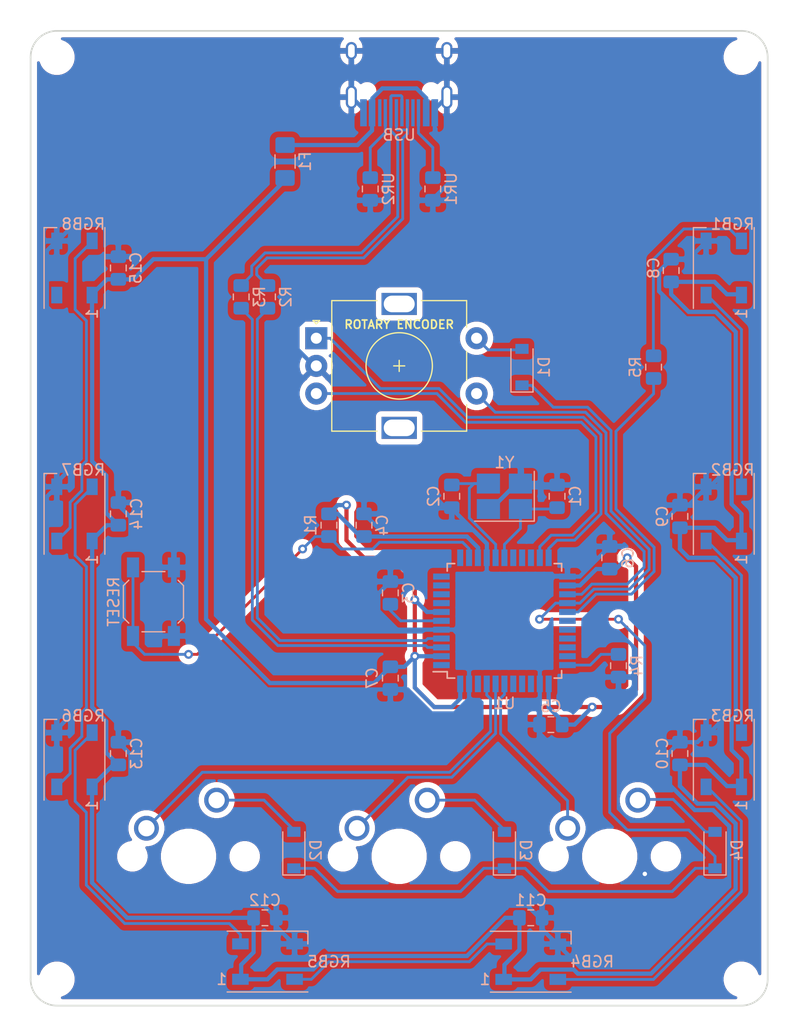
<source format=kicad_pcb>
(kicad_pcb (version 20171130) (host pcbnew "(5.1.6)-1")
  (layers (0 F.Cu signal) (31 B.Cu signal) (34 B.Paste user) (35 F.Paste user) (36 B.SilkS user) (37 F.SilkS user) (38 B.Mask user) (39 F.Mask user) (44 Edge.Cuts user))
  (net 0 "")
  (net 1 GND)
  (net 2 "Net-(C1-Pad1)")
  (net 3 "Net-(C2-Pad1)")
  (net 4 "Net-(C3-Pad1)")
  (net 5 +5V)
  (net 6 "Net-(D1-Pad2)")
  (net 7 ROW0)
  (net 8 "Net-(D2-Pad2)")
  (net 9 "Net-(D3-Pad2)")
  (net 10 "Net-(D4-Pad2)")
  (net 11 VCC)
  (net 12 COL1)
  (net 13 COL2)
  (net 14 COL3)
  (net 15 D+)
  (net 16 "Net-(R2-Pad1)")
  (net 17 D-)
  (net 18 "Net-(R3-Pad1)")
  (net 19 "Net-(R4-Pad2)")
  (net 20 RGBIN)
  (net 21 "Net-(R5-Pad1)")
  (net 22 "Net-(RGB1-Pad2)")
  (net 23 "Net-(RGB2-Pad2)")
  (net 24 "Net-(RGB3-Pad2)")
  (net 25 "Net-(RGB4-Pad2)")
  (net 26 "Net-(RGB5-Pad2)")
  (net 27 "Net-(RGB6-Pad2)")
  (net 28 "Net-(RGB7-Pad2)")
  (net 29 EN1)
  (net 30 EN2)
  (net 31 COL0)
  (net 32 "Net-(U1-Pad42)")
  (net 33 "Net-(U1-Pad38)")
  (net 34 "Net-(U1-Pad37)")
  (net 35 "Net-(U1-Pad36)")
  (net 36 "Net-(U1-Pad32)")
  (net 37 "Net-(U1-Pad31)")
  (net 38 "Net-(U1-Pad30)")
  (net 39 "Net-(U1-Pad29)")
  (net 40 "Net-(U1-Pad28)")
  (net 41 "Net-(U1-Pad20)")
  (net 42 "Net-(U1-Pad19)")
  (net 43 "Net-(U1-Pad18)")
  (net 44 "Net-(U1-Pad12)")
  (net 45 "Net-(U1-Pad11)")
  (net 46 "Net-(U1-Pad10)")
  (net 47 "Net-(U1-Pad9)")
  (net 48 "Net-(U1-Pad8)")
  (net 49 "Net-(U1-Pad1)")
  (net 50 "Net-(UR1-Pad2)")
  (net 51 "Net-(UR2-Pad2)")
  (net 52 "Net-(RGB8-Pad2)")
  (net 53 "Net-(USB1-Pad3)")
  (net 54 "Net-(USB1-Pad9)")
  (net 55 RESET)
  (module MX_Only:MXOnly-1U-NoLED (layer F.Cu) (at 158.75 112.7125)
    (fp_text reference MX3)
    (fp_text value MX-NoLED)
    (pad 2 thru_hole circle (at 2.54 -5.08) (size 2.25 2.25) (drill 1.47) (layers *.Cu B.Mask) (net 10 "Net-(D4-Pad2)"))
    (pad "" np_thru_hole circle (at 0 0) (size 3.9878 3.9878) (drill 3.9878) (layers *.Cu *.Mask))
    (pad 1 thru_hole circle (at -3.81 -2.54) (size 2.25 2.25) (drill 1.47) (layers *.Cu B.Mask) (net 14 COL3))
    (pad "" np_thru_hole circle (at -5.08 0 48.0996) (size 1.75 1.75) (drill 1.75) (layers *.Cu *.Mask))
    (pad "" np_thru_hole circle (at 5.08 0 48.0996) (size 1.75 1.75) (drill 1.75) (layers *.Cu *.Mask))
  )
  (module Diode_SMD:D_SOD-123 (layer B.Cu) (at 168.275 112.15 90)
    (fp_text reference D4 (at 0 2 90) (layer B.SilkS) (effects (justify mirror)))
    (fp_text value D_Small)
    (pad 2 smd rect (at 1.65 0 90) (size 0.9 1.2) (layers B.Cu B.Paste B.Mask) (net 10 "Net-(D4-Pad2)"))
    (pad 1 smd rect (at -1.65 0 90) (size 0.9 1.2) (layers B.Cu B.Paste B.Mask) (net 7 ROW0))
  )
  (module Diode_SMD:D_SOD-123 (layer B.Cu) (at 149.225 112.15 90)
    (fp_text reference D3 (at 0 2 90) (layer B.SilkS) (effects (justify mirror)))
    (fp_text value D_Small)
    (pad 2 smd rect (at 1.65 0 90) (size 0.9 1.2) (layers B.Cu B.Paste B.Mask) (net 9 "Net-(D3-Pad2)"))
    (pad 1 smd rect (at -1.65 0 90) (size 0.9 1.2) (layers B.Cu B.Paste B.Mask) (net 7 ROW0))
  )
  (module Diode_SMD:D_SOD-123 (layer B.Cu) (at 130.175 112.15 90)
    (fp_text reference D2 (at 0 2 90) (layer B.SilkS) (effects (justify mirror)))
    (fp_text value D_Small)
    (pad 2 smd rect (at 1.65 0 90) (size 0.9 1.2) (layers B.Cu B.Paste B.Mask) (net 8 "Net-(D2-Pad2)"))
    (pad 1 smd rect (at -1.65 0 90) (size 0.9 1.2) (layers B.Cu B.Paste B.Mask) (net 7 ROW0))
  )
  (module Diode_SMD:D_SOD-123 (layer B.Cu) (at 150.8125 68.49375 90)
    (fp_text reference D1 (at 0 2 90) (layer B.SilkS) (effects (justify mirror)))
    (fp_text value D_Small)
    (pad 2 smd rect (at 1.65 0 90) (size 0.9 1.2) (layers B.Cu B.Paste B.Mask) (net 6 "Net-(D1-Pad2)"))
    (pad 1 smd rect (at -1.65 0 90) (size 0.9 1.2) (layers B.Cu B.Paste B.Mask) (net 7 ROW0))
  )
  (module Capacitor_SMD:C_0805_2012Metric_Pad1.15x1.40mm_HandSolder (layer B.Cu) (at 138.90625 96.60625 270)
    (fp_text reference C7 (at 0 1.65 90) (layer B.SilkS) (effects (justify mirror)))
    (fp_text value 10uF)
    (pad 2 smd roundrect (at 1.025 0 270) (size 1.15 1.4) (layers B.Cu B.Paste B.Mask) (roundrect_rratio 0.217391) (net 1 GND))
    (pad 1 smd roundrect (at -1.025 0 270) (size 1.15 1.4) (layers B.Cu B.Paste B.Mask) (roundrect_rratio 0.217391) (net 5 +5V))
  )
  (module Crystal:Crystal_SMD_3225-4Pin_3.2x2.5mm_HandSoldering (layer B.Cu) (at 149.225 80.16875 180)
    (fp_text reference Y1 (at 0 3.05) (layer B.SilkS) (effects (justify mirror)))
    (fp_text value 16MHz)
    (pad 4 smd rect (at -1.45 1.15 180) (size 2.1 1.8) (layers B.Cu B.Paste B.Mask) (net 1 GND))
    (pad 3 smd rect (at 1.45 1.15 180) (size 2.1 1.8) (layers B.Cu B.Paste B.Mask) (net 3 "Net-(C2-Pad1)"))
    (pad 2 smd rect (at 1.45 -1.15 180) (size 2.1 1.8) (layers B.Cu B.Paste B.Mask) (net 1 GND))
    (pad 1 smd rect (at -1.45 -1.15 180) (size 2.1 1.8) (layers B.Cu B.Paste B.Mask) (net 2 "Net-(C1-Pad1)"))
  )
  (module Type-C:HRO-TYPE-C-31-M-12-HandSoldering (layer B.Cu) (at 139.7 37.30625)
    (fp_text reference USB (at 0 10.2) (layer B.SilkS) (effects (justify mirror)))
    (fp_text value HRO-TYPE-C-31-M-12)
    (pad 12 smd rect (at 3.225 8.195) (size 0.6 2.45) (layers B.Cu B.Paste B.Mask) (net 1 GND))
    (pad 1 smd rect (at -3.225 8.195) (size 0.6 2.45) (layers B.Cu B.Paste B.Mask) (net 1 GND))
    (pad 11 smd rect (at 2.45 8.195) (size 0.6 2.45) (layers B.Cu B.Paste B.Mask) (net 11 VCC))
    (pad 2 smd rect (at -2.45 8.195) (size 0.6 2.45) (layers B.Cu B.Paste B.Mask) (net 11 VCC))
    (pad 3 smd rect (at -1.75 8.195) (size 0.3 2.45) (layers B.Cu B.Paste B.Mask) (net 53 "Net-(USB1-Pad3)"))
    (pad 10 smd rect (at 1.75 8.195) (size 0.3 2.45) (layers B.Cu B.Paste B.Mask) (net 50 "Net-(UR1-Pad2)"))
    (pad 4 smd rect (at -1.25 8.195) (size 0.3 2.45) (layers B.Cu B.Paste B.Mask) (net 51 "Net-(UR2-Pad2)"))
    (pad 9 smd rect (at 1.25 8.195) (size 0.3 2.45) (layers B.Cu B.Paste B.Mask) (net 54 "Net-(USB1-Pad9)"))
    (pad 5 smd rect (at -0.75 8.195) (size 0.3 2.45) (layers B.Cu B.Paste B.Mask) (net 17 D-))
    (pad 8 smd rect (at 0.75 8.195) (size 0.3 2.45) (layers B.Cu B.Paste B.Mask) (net 15 D+))
    (pad 7 smd rect (at 0.25 8.195) (size 0.3 2.45) (layers B.Cu B.Paste B.Mask) (net 17 D-))
    (pad 6 smd rect (at -0.25 8.195) (size 0.3 2.45) (layers B.Cu B.Paste B.Mask) (net 15 D+))
    (pad "" np_thru_hole circle (at 2.89 6.25) (size 0.65 0.65) (drill 0.65) (layers *.Cu *.Mask))
    (pad "" np_thru_hole circle (at -2.89 6.25) (size 0.65 0.65) (drill 0.65) (layers *.Cu *.Mask))
    (pad 13 thru_hole oval (at -4.32 6.78) (size 1 2.1) (drill oval 0.6 1.7) (layers *.Cu F.Mask) (net 1 GND))
    (pad 13 thru_hole oval (at 4.32 6.78) (size 1 2.1) (drill oval 0.6 1.7) (layers *.Cu F.Mask) (net 1 GND))
    (pad 13 thru_hole oval (at -4.32 2.6) (size 1 1.6) (drill oval 0.6 1.2) (layers *.Cu F.Mask) (net 1 GND))
    (pad 13 thru_hole oval (at 4.32 2.6) (size 1 1.6) (drill oval 0.6 1.2) (layers *.Cu F.Mask) (net 1 GND))
  )
  (module MountingHole:MountingHole_2.2mm_M2 (layer F.Cu) (at 170.65625 123.825)
    (fp_text reference H2 hide)
    (fp_text value MountingHole)
    (pad 1 np_thru_hole circle (at 0 0) (size 2.2 2.2) (drill 2.2) (layers *.Cu *.Mask))
  )
  (module LED_SMD:LED_WS2812B_PLCC4_5.0x5.0mm_P3.2mm (layer B.Cu) (at 110.33125 59.53125 90)
    (fp_text reference RGB8 (at 3.96875 0.79375 180) (layer B.SilkS) (effects (justify mirror)))
    (fp_text value WS2812B)
    (fp_text user 1 (at -4.15 1.6 90) (layer B.SilkS) (effects (justify mirror)))
    (pad 1 smd rect (at -2.45 1.6 90) (size 1.5 1) (layers B.Cu B.Paste B.Mask) (net 5 +5V))
    (pad 2 smd rect (at -2.45 -1.6 90) (size 1.5 1) (layers B.Cu B.Paste B.Mask) (net 52 "Net-(RGB8-Pad2)"))
    (pad 4 smd rect (at 2.45 1.6 90) (size 1.5 1) (layers B.Cu B.Paste B.Mask) (net 28 "Net-(RGB7-Pad2)"))
    (pad 3 smd rect (at 2.45 -1.6 90) (size 1.5 1) (layers B.Cu B.Paste B.Mask) (net 1 GND))
  )
  (module Capacitor_SMD:C_0805_2012Metric_Pad1.15x1.40mm_HandSolder (layer B.Cu) (at 114.3 59.53125 90)
    (fp_text reference C15 (at 0 1.5875 90) (layer B.SilkS) (effects (justify mirror)))
    (fp_text value 0.1uF)
    (pad 2 smd roundrect (at 1.025 0 90) (size 1.15 1.4) (layers B.Cu B.Paste B.Mask) (roundrect_rratio 0.217391) (net 1 GND))
    (pad 1 smd roundrect (at -1.025 0 90) (size 1.15 1.4) (layers B.Cu B.Paste B.Mask) (roundrect_rratio 0.217391) (net 5 +5V))
  )
  (module Resistor_SMD:R_0805_2012Metric_Pad1.15x1.40mm_HandSolder (layer B.Cu) (at 137.0875 52.3875 90)
    (fp_text reference UR2 (at 0 1.65 90) (layer B.SilkS) (effects (justify mirror)))
    (fp_text value 5.1k)
    (pad 2 smd roundrect (at 1.025 0 90) (size 1.15 1.4) (layers B.Cu B.Paste B.Mask) (roundrect_rratio 0.217391) (net 51 "Net-(UR2-Pad2)"))
    (pad 1 smd roundrect (at -1.025 0 90) (size 1.15 1.4) (layers B.Cu B.Paste B.Mask) (roundrect_rratio 0.217391) (net 1 GND))
  )
  (module Resistor_SMD:R_0805_2012Metric_Pad1.15x1.40mm_HandSolder (layer B.Cu) (at 142.748 52.3875 90)
    (fp_text reference UR1 (at 0 1.65 90) (layer B.SilkS) (effects (justify mirror)))
    (fp_text value 5.1k)
    (pad 2 smd roundrect (at 1.025 0 90) (size 1.15 1.4) (layers B.Cu B.Paste B.Mask) (roundrect_rratio 0.217391) (net 50 "Net-(UR1-Pad2)"))
    (pad 1 smd roundrect (at -1.025 0 90) (size 1.15 1.4) (layers B.Cu B.Paste B.Mask) (roundrect_rratio 0.217391) (net 1 GND))
  )
  (module Package_QFP:TQFP-44_10x10mm_P0.8mm (layer B.Cu) (at 149.225 91.425)
    (fp_text reference U1 (at 0 7.45) (layer B.SilkS) (effects (justify mirror)))
    (fp_text value ATmega32U4-AU)
    (pad 44 smd rect (at -4 5.7 270) (size 1.5 0.55) (layers B.Cu B.Paste B.Mask) (net 5 +5V))
    (pad 43 smd rect (at -3.2 5.7 270) (size 1.5 0.55) (layers B.Cu B.Paste B.Mask) (net 1 GND))
    (pad 42 smd rect (at -2.4 5.7 270) (size 1.5 0.55) (layers B.Cu B.Paste B.Mask) (net 32 "Net-(U1-Pad42)"))
    (pad 41 smd rect (at -1.6 5.7 270) (size 1.5 0.55) (layers B.Cu B.Paste B.Mask) (net 12 COL1))
    (pad 40 smd rect (at -0.8 5.7 270) (size 1.5 0.55) (layers B.Cu B.Paste B.Mask) (net 13 COL2))
    (pad 39 smd rect (at 0 5.7 270) (size 1.5 0.55) (layers B.Cu B.Paste B.Mask) (net 14 COL3))
    (pad 38 smd rect (at 0.8 5.7 270) (size 1.5 0.55) (layers B.Cu B.Paste B.Mask) (net 33 "Net-(U1-Pad38)"))
    (pad 37 smd rect (at 1.6 5.7 270) (size 1.5 0.55) (layers B.Cu B.Paste B.Mask) (net 34 "Net-(U1-Pad37)"))
    (pad 36 smd rect (at 2.4 5.7 270) (size 1.5 0.55) (layers B.Cu B.Paste B.Mask) (net 35 "Net-(U1-Pad36)"))
    (pad 35 smd rect (at 3.2 5.7 270) (size 1.5 0.55) (layers B.Cu B.Paste B.Mask) (net 1 GND))
    (pad 34 smd rect (at 4 5.7 270) (size 1.5 0.55) (layers B.Cu B.Paste B.Mask) (net 5 +5V))
    (pad 33 smd rect (at 5.7 4) (size 1.5 0.55) (layers B.Cu B.Paste B.Mask) (net 19 "Net-(R4-Pad2)"))
    (pad 32 smd rect (at 5.7 3.2) (size 1.5 0.55) (layers B.Cu B.Paste B.Mask) (net 36 "Net-(U1-Pad32)"))
    (pad 31 smd rect (at 5.7 2.4) (size 1.5 0.55) (layers B.Cu B.Paste B.Mask) (net 37 "Net-(U1-Pad31)"))
    (pad 30 smd rect (at 5.7 1.6) (size 1.5 0.55) (layers B.Cu B.Paste B.Mask) (net 38 "Net-(U1-Pad30)"))
    (pad 29 smd rect (at 5.7 0.8) (size 1.5 0.55) (layers B.Cu B.Paste B.Mask) (net 39 "Net-(U1-Pad29)"))
    (pad 28 smd rect (at 5.7 0) (size 1.5 0.55) (layers B.Cu B.Paste B.Mask) (net 40 "Net-(U1-Pad28)"))
    (pad 27 smd rect (at 5.7 -0.8) (size 1.5 0.55) (layers B.Cu B.Paste B.Mask) (net 20 RGBIN))
    (pad 26 smd rect (at 5.7 -1.6) (size 1.5 0.55) (layers B.Cu B.Paste B.Mask) (net 7 ROW0))
    (pad 25 smd rect (at 5.7 -2.4) (size 1.5 0.55) (layers B.Cu B.Paste B.Mask) (net 31 COL0))
    (pad 24 smd rect (at 5.7 -3.2) (size 1.5 0.55) (layers B.Cu B.Paste B.Mask) (net 5 +5V))
    (pad 23 smd rect (at 5.7 -4) (size 1.5 0.55) (layers B.Cu B.Paste B.Mask) (net 1 GND))
    (pad 22 smd rect (at 4 -5.7 270) (size 1.5 0.55) (layers B.Cu B.Paste B.Mask) (net 29 EN1))
    (pad 21 smd rect (at 3.2 -5.7 270) (size 1.5 0.55) (layers B.Cu B.Paste B.Mask) (net 30 EN2))
    (pad 20 smd rect (at 2.4 -5.7 270) (size 1.5 0.55) (layers B.Cu B.Paste B.Mask) (net 41 "Net-(U1-Pad20)"))
    (pad 19 smd rect (at 1.6 -5.7 270) (size 1.5 0.55) (layers B.Cu B.Paste B.Mask) (net 42 "Net-(U1-Pad19)"))
    (pad 18 smd rect (at 0.8 -5.7 270) (size 1.5 0.55) (layers B.Cu B.Paste B.Mask) (net 43 "Net-(U1-Pad18)"))
    (pad 17 smd rect (at 0 -5.7 270) (size 1.5 0.55) (layers B.Cu B.Paste B.Mask) (net 2 "Net-(C1-Pad1)"))
    (pad 16 smd rect (at -0.8 -5.7 270) (size 1.5 0.55) (layers B.Cu B.Paste B.Mask) (net 3 "Net-(C2-Pad1)"))
    (pad 15 smd rect (at -1.6 -5.7 270) (size 1.5 0.55) (layers B.Cu B.Paste B.Mask) (net 1 GND))
    (pad 14 smd rect (at -2.4 -5.7 270) (size 1.5 0.55) (layers B.Cu B.Paste B.Mask) (net 5 +5V))
    (pad 13 smd rect (at -3.2 -5.7 270) (size 1.5 0.55) (layers B.Cu B.Paste B.Mask) (net 55 RESET))
    (pad 12 smd rect (at -4 -5.7 270) (size 1.5 0.55) (layers B.Cu B.Paste B.Mask) (net 44 "Net-(U1-Pad12)"))
    (pad 11 smd rect (at -5.7 -4) (size 1.5 0.55) (layers B.Cu B.Paste B.Mask) (net 45 "Net-(U1-Pad11)"))
    (pad 10 smd rect (at -5.7 -3.2) (size 1.5 0.55) (layers B.Cu B.Paste B.Mask) (net 46 "Net-(U1-Pad10)"))
    (pad 9 smd rect (at -5.7 -2.4) (size 1.5 0.55) (layers B.Cu B.Paste B.Mask) (net 47 "Net-(U1-Pad9)"))
    (pad 8 smd rect (at -5.7 -1.6) (size 1.5 0.55) (layers B.Cu B.Paste B.Mask) (net 48 "Net-(U1-Pad8)"))
    (pad 7 smd rect (at -5.7 -0.8) (size 1.5 0.55) (layers B.Cu B.Paste B.Mask) (net 5 +5V))
    (pad 6 smd rect (at -5.7 0) (size 1.5 0.55) (layers B.Cu B.Paste B.Mask) (net 4 "Net-(C3-Pad1)"))
    (pad 5 smd rect (at -5.7 0.8) (size 1.5 0.55) (layers B.Cu B.Paste B.Mask) (net 1 GND))
    (pad 4 smd rect (at -5.7 1.6) (size 1.5 0.55) (layers B.Cu B.Paste B.Mask) (net 16 "Net-(R2-Pad1)"))
    (pad 3 smd rect (at -5.7 2.4) (size 1.5 0.55) (layers B.Cu B.Paste B.Mask) (net 18 "Net-(R3-Pad1)"))
    (pad 2 smd rect (at -5.7 3.2) (size 1.5 0.55) (layers B.Cu B.Paste B.Mask) (net 5 +5V))
    (pad 1 smd rect (at -5.7 4) (size 1.5 0.55) (layers B.Cu B.Paste B.Mask) (net 49 "Net-(U1-Pad1)"))
  )
  (module Rotary_Encoder:RotaryEncoder_Alps_EC11E-Switch_Vertical_H20mm (layer F.Cu) (at 132.207 65.88125)
    (fp_text reference "ROTARY ENCODER" (at 7.493 -1.23825) (layer F.SilkS) (effects (font (size 0.75 0.75))))
    (fp_text value Rotary_Encoder_Switch)
    (pad A thru_hole rect (at 0 0) (size 2 2) (drill 1) (layers *.Cu *.Mask) (net 29 EN1))
    (pad C thru_hole circle (at 0 2.5) (size 2 2) (drill 1) (layers *.Cu *.Mask) (net 1 GND))
    (pad B thru_hole circle (at 0 5) (size 2 2) (drill 1) (layers *.Cu *.Mask) (net 30 EN2))
    (pad MP thru_hole rect (at 7.5 -3.1) (size 3.2 2) (drill oval 2.8 1.5) (layers *.Cu *.Mask))
    (pad MP thru_hole rect (at 7.5 8.1) (size 3.2 2) (drill oval 2.8 1.5) (layers *.Cu *.Mask))
    (pad S2 thru_hole circle (at 14.5 0) (size 2 2) (drill 1) (layers *.Cu *.Mask) (net 6 "Net-(D1-Pad2)"))
    (pad S1 thru_hole circle (at 14.5 5) (size 2 2) (drill 1) (layers *.Cu *.Mask) (net 31 COL0))
  )
  (module Button_Switch_SMD:SW_SPST_SKQG_WithoutStem (layer B.Cu) (at 117.475 89.69375 270)
    (fp_text reference RESET (at 0 3.6 90) (layer B.SilkS) (effects (justify mirror)))
    (fp_text value SW_Push)
    (pad 2 smd rect (at 3.1 -1.85 270) (size 1.8 1.1) (layers B.Cu B.Paste B.Mask) (net 1 GND))
    (pad 2 smd rect (at -3.1 -1.85 270) (size 1.8 1.1) (layers B.Cu B.Paste B.Mask) (net 1 GND))
    (pad 1 smd rect (at 3.1 1.85 270) (size 1.8 1.1) (layers B.Cu B.Paste B.Mask) (net 55 RESET))
    (pad 1 smd rect (at -3.1 1.85 270) (size 1.8 1.1) (layers B.Cu B.Paste B.Mask) (net 55 RESET))
  )
  (module LED_SMD:LED_WS2812B_PLCC4_5.0x5.0mm_P3.2mm (layer B.Cu) (at 110.33125 81.75625 90)
    (fp_text reference RGB7 (at 3.96875 0.79375 180) (layer B.SilkS) (effects (justify mirror)))
    (fp_text value WS2812B)
    (fp_text user 1 (at -4.15 1.6 90) (layer B.SilkS) (effects (justify mirror)))
    (pad 1 smd rect (at -2.45 1.6 90) (size 1.5 1) (layers B.Cu B.Paste B.Mask) (net 5 +5V))
    (pad 2 smd rect (at -2.45 -1.6 90) (size 1.5 1) (layers B.Cu B.Paste B.Mask) (net 28 "Net-(RGB7-Pad2)"))
    (pad 4 smd rect (at 2.45 1.6 90) (size 1.5 1) (layers B.Cu B.Paste B.Mask) (net 27 "Net-(RGB6-Pad2)"))
    (pad 3 smd rect (at 2.45 -1.6 90) (size 1.5 1) (layers B.Cu B.Paste B.Mask) (net 1 GND))
  )
  (module LED_SMD:LED_WS2812B_PLCC4_5.0x5.0mm_P3.2mm (layer B.Cu) (at 110.33125 103.98125 90)
    (fp_text reference RGB6 (at 3.96875 0.79375 180) (layer B.SilkS) (effects (justify mirror)))
    (fp_text value WS2812B)
    (fp_text user 1 (at -4.15 1.6 90) (layer B.SilkS) (effects (justify mirror)))
    (pad 1 smd rect (at -2.45 1.6 90) (size 1.5 1) (layers B.Cu B.Paste B.Mask) (net 5 +5V))
    (pad 2 smd rect (at -2.45 -1.6 90) (size 1.5 1) (layers B.Cu B.Paste B.Mask) (net 27 "Net-(RGB6-Pad2)"))
    (pad 4 smd rect (at 2.45 1.6 90) (size 1.5 1) (layers B.Cu B.Paste B.Mask) (net 26 "Net-(RGB5-Pad2)"))
    (pad 3 smd rect (at 2.45 -1.6 90) (size 1.5 1) (layers B.Cu B.Paste B.Mask) (net 1 GND))
  )
  (module LED_SMD:LED_WS2812B_PLCC4_5.0x5.0mm_P3.2mm (layer B.Cu) (at 127.79375 122.225)
    (fp_text reference RGB5 (at 5.55625 0.0125) (layer B.SilkS) (effects (justify mirror)))
    (fp_text value WS2812B)
    (fp_text user 1 (at -4.15 1.6) (layer B.SilkS) (effects (justify mirror)))
    (pad 1 smd rect (at -2.45 1.6) (size 1.5 1) (layers B.Cu B.Paste B.Mask) (net 5 +5V))
    (pad 2 smd rect (at -2.45 -1.6) (size 1.5 1) (layers B.Cu B.Paste B.Mask) (net 26 "Net-(RGB5-Pad2)"))
    (pad 4 smd rect (at 2.45 1.6) (size 1.5 1) (layers B.Cu B.Paste B.Mask) (net 25 "Net-(RGB4-Pad2)"))
    (pad 3 smd rect (at 2.45 -1.6) (size 1.5 1) (layers B.Cu B.Paste B.Mask) (net 1 GND))
  )
  (module LED_SMD:LED_WS2812B_PLCC4_5.0x5.0mm_P3.2mm (layer B.Cu) (at 151.60625 122.2375)
    (fp_text reference RGB4 (at 5.55625 0) (layer B.SilkS) (effects (justify mirror)))
    (fp_text value WS2812B)
    (fp_text user 1 (at -4.15 1.6) (layer B.SilkS) (effects (justify mirror)))
    (pad 1 smd rect (at -2.45 1.6) (size 1.5 1) (layers B.Cu B.Paste B.Mask) (net 5 +5V))
    (pad 2 smd rect (at -2.45 -1.6) (size 1.5 1) (layers B.Cu B.Paste B.Mask) (net 25 "Net-(RGB4-Pad2)"))
    (pad 4 smd rect (at 2.45 1.6) (size 1.5 1) (layers B.Cu B.Paste B.Mask) (net 24 "Net-(RGB3-Pad2)"))
    (pad 3 smd rect (at 2.45 -1.6) (size 1.5 1) (layers B.Cu B.Paste B.Mask) (net 1 GND))
  )
  (module LED_SMD:LED_WS2812B_PLCC4_5.0x5.0mm_P3.2mm (layer B.Cu) (at 169.06875 103.98125 90)
    (fp_text reference RGB3 (at 3.96875 0.79375 180) (layer B.SilkS) (effects (justify mirror)))
    (fp_text value WS2812B)
    (fp_text user 1 (at -4.15 1.6 90) (layer B.SilkS) (effects (justify mirror)))
    (pad 1 smd rect (at -2.45 1.6 90) (size 1.5 1) (layers B.Cu B.Paste B.Mask) (net 5 +5V))
    (pad 2 smd rect (at -2.45 -1.6 90) (size 1.5 1) (layers B.Cu B.Paste B.Mask) (net 24 "Net-(RGB3-Pad2)"))
    (pad 4 smd rect (at 2.45 1.6 90) (size 1.5 1) (layers B.Cu B.Paste B.Mask) (net 23 "Net-(RGB2-Pad2)"))
    (pad 3 smd rect (at 2.45 -1.6 90) (size 1.5 1) (layers B.Cu B.Paste B.Mask) (net 1 GND))
  )
  (module LED_SMD:LED_WS2812B_PLCC4_5.0x5.0mm_P3.2mm (layer B.Cu) (at 169.06875 81.75625 90)
    (fp_text reference RGB2 (at 3.96875 0.79375 180) (layer B.SilkS) (effects (justify mirror)))
    (fp_text value WS2812B)
    (fp_text user 1 (at -4.15 1.6 90) (layer B.SilkS) (effects (justify mirror)))
    (pad 1 smd rect (at -2.45 1.6 90) (size 1.5 1) (layers B.Cu B.Paste B.Mask) (net 5 +5V))
    (pad 2 smd rect (at -2.45 -1.6 90) (size 1.5 1) (layers B.Cu B.Paste B.Mask) (net 23 "Net-(RGB2-Pad2)"))
    (pad 4 smd rect (at 2.45 1.6 90) (size 1.5 1) (layers B.Cu B.Paste B.Mask) (net 22 "Net-(RGB1-Pad2)"))
    (pad 3 smd rect (at 2.45 -1.6 90) (size 1.5 1) (layers B.Cu B.Paste B.Mask) (net 1 GND))
  )
  (module LED_SMD:LED_WS2812B_PLCC4_5.0x5.0mm_P3.2mm (layer B.Cu) (at 169.06875 59.53125 90)
    (fp_text reference RGB1 (at 3.96875 0.79375 180) (layer B.SilkS) (effects (justify mirror)))
    (fp_text value WS2812B)
    (fp_text user 1 (at -4.15 1.6 90) (layer B.SilkS) (effects (justify mirror)))
    (pad 1 smd rect (at -2.45 1.6 90) (size 1.5 1) (layers B.Cu B.Paste B.Mask) (net 5 +5V))
    (pad 2 smd rect (at -2.45 -1.6 90) (size 1.5 1) (layers B.Cu B.Paste B.Mask) (net 22 "Net-(RGB1-Pad2)"))
    (pad 4 smd rect (at 2.45 1.6 90) (size 1.5 1) (layers B.Cu B.Paste B.Mask) (net 21 "Net-(R5-Pad1)"))
    (pad 3 smd rect (at 2.45 -1.6 90) (size 1.5 1) (layers B.Cu B.Paste B.Mask) (net 1 GND))
  )
  (module Resistor_SMD:R_0805_2012Metric_Pad1.15x1.40mm_HandSolder (layer B.Cu) (at 162.71875 68.49375 270)
    (fp_text reference R5 (at 0 1.65 90) (layer B.SilkS) (effects (justify mirror)))
    (fp_text value 500)
    (pad 2 smd roundrect (at 1.025 0 270) (size 1.15 1.4) (layers B.Cu B.Paste B.Mask) (roundrect_rratio 0.217391) (net 20 RGBIN))
    (pad 1 smd roundrect (at -1.025 0 270) (size 1.15 1.4) (layers B.Cu B.Paste B.Mask) (roundrect_rratio 0.217391) (net 21 "Net-(R5-Pad1)"))
  )
  (module Resistor_SMD:R_0805_2012Metric_Pad1.15x1.40mm_HandSolder (layer B.Cu) (at 159.54375 95.48125 90)
    (fp_text reference R4 (at 0 1.65 90) (layer B.SilkS) (effects (justify mirror)))
    (fp_text value 10k)
    (pad 2 smd roundrect (at 1.025 0 90) (size 1.15 1.4) (layers B.Cu B.Paste B.Mask) (roundrect_rratio 0.217391) (net 19 "Net-(R4-Pad2)"))
    (pad 1 smd roundrect (at -1.025 0 90) (size 1.15 1.4) (layers B.Cu B.Paste B.Mask) (roundrect_rratio 0.217391) (net 1 GND))
  )
  (module Resistor_SMD:R_0805_2012Metric_Pad1.15x1.40mm_HandSolder (layer B.Cu) (at 125.4125 62.14375 90)
    (fp_text reference R3 (at 0 1.65 90) (layer B.SilkS) (effects (justify mirror)))
    (fp_text value 22)
    (pad 2 smd roundrect (at 1.025 0 90) (size 1.15 1.4) (layers B.Cu B.Paste B.Mask) (roundrect_rratio 0.217391) (net 17 D-))
    (pad 1 smd roundrect (at -1.025 0 90) (size 1.15 1.4) (layers B.Cu B.Paste B.Mask) (roundrect_rratio 0.217391) (net 18 "Net-(R3-Pad1)"))
  )
  (module Resistor_SMD:R_0805_2012Metric_Pad1.15x1.40mm_HandSolder (layer B.Cu) (at 127.79375 62.14375 90)
    (fp_text reference R2 (at 0 1.65 90) (layer B.SilkS) (effects (justify mirror)))
    (fp_text value 22)
    (pad 2 smd roundrect (at 1.025 0 90) (size 1.15 1.4) (layers B.Cu B.Paste B.Mask) (roundrect_rratio 0.217391) (net 15 D+))
    (pad 1 smd roundrect (at -1.025 0 90) (size 1.15 1.4) (layers B.Cu B.Paste B.Mask) (roundrect_rratio 0.217391) (net 16 "Net-(R2-Pad1)"))
  )
  (module Resistor_SMD:R_0805_2012Metric_Pad1.15x1.40mm_HandSolder (layer B.Cu) (at 133.35 82.78125 270)
    (fp_text reference R1 (at 0 1.65 90) (layer B.SilkS) (effects (justify mirror)))
    (fp_text value 10k)
    (pad 2 smd roundrect (at 1.025 0 270) (size 1.15 1.4) (layers B.Cu B.Paste B.Mask) (roundrect_rratio 0.217391) (net 55 RESET))
    (pad 1 smd roundrect (at -1.025 0 270) (size 1.15 1.4) (layers B.Cu B.Paste B.Mask) (roundrect_rratio 0.217391) (net 5 +5V))
  )
  (module MX_Only:MXOnly-1U-NoLED (layer F.Cu) (at 139.7 112.7125)
    (fp_text reference MX2)
    (fp_text value MX-NoLED)
    (pad 2 thru_hole circle (at 2.54 -5.08) (size 2.25 2.25) (drill 1.47) (layers *.Cu B.Mask) (net 9 "Net-(D3-Pad2)"))
    (pad "" np_thru_hole circle (at 0 0) (size 3.9878 3.9878) (drill 3.9878) (layers *.Cu *.Mask))
    (pad 1 thru_hole circle (at -3.81 -2.54) (size 2.25 2.25) (drill 1.47) (layers *.Cu B.Mask) (net 13 COL2))
    (pad "" np_thru_hole circle (at -5.08 0 48.0996) (size 1.75 1.75) (drill 1.75) (layers *.Cu *.Mask))
    (pad "" np_thru_hole circle (at 5.08 0 48.0996) (size 1.75 1.75) (drill 1.75) (layers *.Cu *.Mask))
  )
  (module MX_Only:MXOnly-1U-NoLED (layer F.Cu) (at 120.65 112.7125)
    (fp_text reference MX1)
    (fp_text value MX-NoLED)
    (pad 2 thru_hole circle (at 2.54 -5.08) (size 2.25 2.25) (drill 1.47) (layers *.Cu B.Mask) (net 8 "Net-(D2-Pad2)"))
    (pad "" np_thru_hole circle (at 0 0) (size 3.9878 3.9878) (drill 3.9878) (layers *.Cu *.Mask))
    (pad 1 thru_hole circle (at -3.81 -2.54) (size 2.25 2.25) (drill 1.47) (layers *.Cu B.Mask) (net 12 COL1))
    (pad "" np_thru_hole circle (at -5.08 0 48.0996) (size 1.75 1.75) (drill 1.75) (layers *.Cu *.Mask))
    (pad "" np_thru_hole circle (at 5.08 0 48.0996) (size 1.75 1.75) (drill 1.75) (layers *.Cu *.Mask))
  )
  (module MountingHole:MountingHole_2.2mm_M2 (layer F.Cu) (at 108.74375 40.48125)
    (fp_text reference H4 hide)
    (fp_text value MountingHole)
    (pad 1 np_thru_hole circle (at 0 0) (size 2.2 2.2) (drill 2.2) (layers *.Cu *.Mask))
  )
  (module MountingHole:MountingHole_2.2mm_M2 (layer F.Cu) (at 108.74375 123.825)
    (fp_text reference H3 hide)
    (fp_text value MountingHole)
    (pad 1 np_thru_hole circle (at 0 0) (size 2.2 2.2) (drill 2.2) (layers *.Cu *.Mask))
  )
  (module MountingHole:MountingHole_2.2mm_M2 (layer F.Cu) (at 170.65625 40.48125)
    (fp_text reference H1 hide)
    (fp_text value MountingHole)
    (pad 1 np_thru_hole circle (at 0 0) (size 2.2 2.2) (drill 2.2) (layers *.Cu *.Mask))
  )
  (module Fuse:Fuse_1206_3216Metric_Pad1.42x1.75mm_HandSolder (layer B.Cu) (at 129.38125 49.90625 90)
    (fp_text reference F1 (at 0 1.82 90) (layer B.SilkS) (effects (justify mirror)))
    (fp_text value 500mA)
    (pad 2 smd roundrect (at 1.4875 0 90) (size 1.425 1.75) (layers B.Cu B.Paste B.Mask) (roundrect_rratio 0.175439) (net 11 VCC))
    (pad 1 smd roundrect (at -1.4875 0 90) (size 1.425 1.75) (layers B.Cu B.Paste B.Mask) (roundrect_rratio 0.175439) (net 5 +5V))
  )
  (module Capacitor_SMD:C_0805_2012Metric_Pad1.15x1.40mm_HandSolder (layer B.Cu) (at 114.3 81.75625 90)
    (fp_text reference C14 (at 0 1.65 90) (layer B.SilkS) (effects (justify mirror)))
    (fp_text value 0.1uF)
    (pad 2 smd roundrect (at 1.025 0 90) (size 1.15 1.4) (layers B.Cu B.Paste B.Mask) (roundrect_rratio 0.217391) (net 1 GND))
    (pad 1 smd roundrect (at -1.025 0 90) (size 1.15 1.4) (layers B.Cu B.Paste B.Mask) (roundrect_rratio 0.217391) (net 5 +5V))
  )
  (module Capacitor_SMD:C_0805_2012Metric_Pad1.15x1.40mm_HandSolder (layer B.Cu) (at 114.3 103.41875 90)
    (fp_text reference C13 (at 0 1.65 90) (layer B.SilkS) (effects (justify mirror)))
    (fp_text value 0.1uF)
    (pad 2 smd roundrect (at 1.025 0 90) (size 1.15 1.4) (layers B.Cu B.Paste B.Mask) (roundrect_rratio 0.217391) (net 1 GND))
    (pad 1 smd roundrect (at -1.025 0 90) (size 1.15 1.4) (layers B.Cu B.Paste B.Mask) (roundrect_rratio 0.217391) (net 5 +5V))
  )
  (module Capacitor_SMD:C_0805_2012Metric_Pad1.15x1.40mm_HandSolder (layer B.Cu) (at 127.5625 118.26875)
    (fp_text reference C12 (at 0 -1.5875) (layer B.SilkS) (effects (justify mirror)))
    (fp_text value 0.1uF)
    (pad 2 smd roundrect (at 1.025 0) (size 1.15 1.4) (layers B.Cu B.Paste B.Mask) (roundrect_rratio 0.217391) (net 1 GND))
    (pad 1 smd roundrect (at -1.025 0) (size 1.15 1.4) (layers B.Cu B.Paste B.Mask) (roundrect_rratio 0.217391) (net 5 +5V))
  )
  (module Capacitor_SMD:C_0805_2012Metric_Pad1.15x1.40mm_HandSolder (layer B.Cu) (at 151.60625 118.26875)
    (fp_text reference C11 (at 0 -1.5875) (layer B.SilkS) (effects (justify mirror)))
    (fp_text value 0.1uF)
    (pad 2 smd roundrect (at 1.025 0) (size 1.15 1.4) (layers B.Cu B.Paste B.Mask) (roundrect_rratio 0.217391) (net 1 GND))
    (pad 1 smd roundrect (at -1.025 0) (size 1.15 1.4) (layers B.Cu B.Paste B.Mask) (roundrect_rratio 0.217391) (net 5 +5V))
  )
  (module Capacitor_SMD:C_0805_2012Metric_Pad1.15x1.40mm_HandSolder (layer B.Cu) (at 165.1 103.41875 90)
    (fp_text reference C10 (at 0 -1.5875 90) (layer B.SilkS) (effects (justify mirror)))
    (fp_text value 0.1uF)
    (pad 2 smd roundrect (at 1.025 0 90) (size 1.15 1.4) (layers B.Cu B.Paste B.Mask) (roundrect_rratio 0.217391) (net 1 GND))
    (pad 1 smd roundrect (at -1.025 0 90) (size 1.15 1.4) (layers B.Cu B.Paste B.Mask) (roundrect_rratio 0.217391) (net 5 +5V))
  )
  (module Capacitor_SMD:C_0805_2012Metric_Pad1.15x1.40mm_HandSolder (layer B.Cu) (at 165.1 81.9875 90)
    (fp_text reference C9 (at 0 -1.5875 90) (layer B.SilkS) (effects (justify mirror)))
    (fp_text value 0.1uF)
    (pad 2 smd roundrect (at 1.025 0 90) (size 1.15 1.4) (layers B.Cu B.Paste B.Mask) (roundrect_rratio 0.217391) (net 1 GND))
    (pad 1 smd roundrect (at -1.025 0 90) (size 1.15 1.4) (layers B.Cu B.Paste B.Mask) (roundrect_rratio 0.217391) (net 5 +5V))
  )
  (module Capacitor_SMD:C_0805_2012Metric_Pad1.15x1.40mm_HandSolder (layer B.Cu) (at 164.30625 59.7625 90)
    (fp_text reference C8 (at 0.23125 -1.5875 90) (layer B.SilkS) (effects (justify mirror)))
    (fp_text value 0.1uF)
    (pad 2 smd roundrect (at 1.025 0 90) (size 1.15 1.4) (layers B.Cu B.Paste B.Mask) (roundrect_rratio 0.217391) (net 1 GND))
    (pad 1 smd roundrect (at -1.025 0 90) (size 1.15 1.4) (layers B.Cu B.Paste B.Mask) (roundrect_rratio 0.217391) (net 5 +5V))
  )
  (module Capacitor_SMD:C_0805_2012Metric_Pad1.15x1.40mm_HandSolder (layer B.Cu) (at 158.75 85.725 90)
    (fp_text reference C6 (at 0 1.65 90) (layer B.SilkS) (effects (justify mirror)))
    (fp_text value 0.1uF)
    (pad 2 smd roundrect (at 1.025 0 90) (size 1.15 1.4) (layers B.Cu B.Paste B.Mask) (roundrect_rratio 0.217391) (net 1 GND))
    (pad 1 smd roundrect (at -1.025 0 90) (size 1.15 1.4) (layers B.Cu B.Paste B.Mask) (roundrect_rratio 0.217391) (net 5 +5V))
  )
  (module Capacitor_SMD:C_0805_2012Metric_Pad1.15x1.40mm_HandSolder (layer B.Cu) (at 153.425 100.80625 180)
    (fp_text reference C5 (at 0 1.65) (layer B.SilkS) (effects (justify mirror)))
    (fp_text value 0.1uF)
    (pad 2 smd roundrect (at 1.025 0 180) (size 1.15 1.4) (layers B.Cu B.Paste B.Mask) (roundrect_rratio 0.217391) (net 1 GND))
    (pad 1 smd roundrect (at -1.025 0 180) (size 1.15 1.4) (layers B.Cu B.Paste B.Mask) (roundrect_rratio 0.217391) (net 5 +5V))
  )
  (module Capacitor_SMD:C_0805_2012Metric_Pad1.15x1.40mm_HandSolder (layer B.Cu) (at 136.525 82.78125 90)
    (fp_text reference C4 (at 0 1.65 90) (layer B.SilkS) (effects (justify mirror)))
    (fp_text value 0.1uF)
    (pad 2 smd roundrect (at 1.025 0 90) (size 1.15 1.4) (layers B.Cu B.Paste B.Mask) (roundrect_rratio 0.217391) (net 1 GND))
    (pad 1 smd roundrect (at -1.025 0 90) (size 1.15 1.4) (layers B.Cu B.Paste B.Mask) (roundrect_rratio 0.217391) (net 5 +5V))
  )
  (module Capacitor_SMD:C_0805_2012Metric_Pad1.15x1.40mm_HandSolder (layer B.Cu) (at 138.90625 88.9 90)
    (fp_text reference C3 (at 0 1.65 90) (layer B.SilkS) (effects (justify mirror)))
    (fp_text value 1uF)
    (pad 2 smd roundrect (at 1.025 0 90) (size 1.15 1.4) (layers B.Cu B.Paste B.Mask) (roundrect_rratio 0.217391) (net 1 GND))
    (pad 1 smd roundrect (at -1.025 0 90) (size 1.15 1.4) (layers B.Cu B.Paste B.Mask) (roundrect_rratio 0.217391) (net 4 "Net-(C3-Pad1)"))
  )
  (module Capacitor_SMD:C_0805_2012Metric_Pad1.15x1.40mm_HandSolder (layer B.Cu) (at 144.4625 80.16875 270)
    (fp_text reference C2 (at 0 1.65 90) (layer B.SilkS) (effects (justify mirror)))
    (fp_text value 22pF)
    (pad 2 smd roundrect (at 1.025 0 270) (size 1.15 1.4) (layers B.Cu B.Paste B.Mask) (roundrect_rratio 0.217391) (net 1 GND))
    (pad 1 smd roundrect (at -1.025 0 270) (size 1.15 1.4) (layers B.Cu B.Paste B.Mask) (roundrect_rratio 0.217391) (net 3 "Net-(C2-Pad1)"))
  )
  (module Capacitor_SMD:C_0805_2012Metric_Pad1.15x1.40mm_HandSolder (layer B.Cu) (at 153.9875 80.16875 90)
    (fp_text reference C1 (at 0 1.65 90) (layer B.SilkS) (effects (justify mirror)))
    (fp_text value 22pF)
    (pad 2 smd roundrect (at 1.025 0 90) (size 1.15 1.4) (layers B.Cu B.Paste B.Mask) (roundrect_rratio 0.217391) (net 1 GND))
    (pad 1 smd roundrect (at -1.025 0 90) (size 1.15 1.4) (layers B.Cu B.Paste B.Mask) (roundrect_rratio 0.217391) (net 2 "Net-(C1-Pad1)"))
  )
  (gr_line (start 106.3625 123.825) (end 106.3625 40.48125) (layer Edge.Cuts) (width 0.15))
  (gr_arc (start 170.65625 40.48125) (end 173.0375 40.48125) (angle -90) (layer Edge.Cuts) (width 0.15))
  (gr_line (start 170.65625 38.1) (end 108.74375 38.1) (layer Edge.Cuts) (width 0.15))
  (gr_arc (start 108.74375 40.48125) (end 108.74375 38.1) (angle -90) (layer Edge.Cuts) (width 0.15))
  (gr_line (start 173.0375 123.825) (end 173.0375 40.48125) (layer Edge.Cuts) (width 0.15))
  (gr_arc (start 108.74375 123.825) (end 106.3625 123.825) (angle -90) (layer Edge.Cuts) (width 0.15))
  (gr_arc (start 170.65625 123.825) (end 170.65625 126.20625) (angle -90) (layer Edge.Cuts) (width 0.15))
  (gr_line (start 108.74375 126.20625) (end 170.65625 126.20625) (layer Edge.Cuts) (width 0.15))
  (segment (start 136.475 45.50125) (end 136.475 45.162) (width 0.381) (layer B.Cu) (net 1))
  (segment (start 136.475 45.162) (end 135.382 44.069) (width 0.381) (layer B.Cu) (net 1))
  (segment (start 135.382 44.069) (end 135.382 39.878) (width 0.381) (layer B.Cu) (net 1))
  (segment (start 135.382 39.878) (end 144.018 39.878) (width 0.381) (layer B.Cu) (net 1))
  (segment (start 144.018 39.878) (end 144.018 44.069) (width 0.381) (layer B.Cu) (net 1))
  (segment (start 142.925 45.50125) (end 142.925 45.162) (width 0.381) (layer B.Cu) (net 1))
  (segment (start 142.925 45.162) (end 144.018 44.069) (width 0.381) (layer B.Cu) (net 1))
  (segment (start 144.4625 81.19375) (end 143.9 81.19375) (width 0.381) (layer B.Cu) (net 1))
  (segment (start 143.9 81.19375) (end 142.875 80.16875) (width 0.381) (layer B.Cu) (net 1))
  (segment (start 142.875 80.16875) (end 142.875 79.05043) (width 0.381) (layer B.Cu) (net 1))
  (segment (start 142.875 79.05043) (end 142.875 78.58125) (width 0.381) (layer B.Cu) (net 1))
  (segment (start 142.875 78.58125) (end 144.4625 76.99375) (width 0.381) (layer B.Cu) (net 1))
  (segment (start 144.4625 76.99375) (end 150.01875 76.99375) (width 0.381) (layer B.Cu) (net 1))
  (segment (start 150.01875 76.99375) (end 150.8125 77.7875) (width 0.381) (layer B.Cu) (net 1))
  (segment (start 150.8125 77.7875) (end 150.8125 79.375) (width 0.381) (layer B.Cu) (net 1))
  (segment (start 150.8125 79.375) (end 153.6065 79.375) (width 0.381) (layer B.Cu) (net 1))
  (segment (start 153.6065 79.375) (end 153.924 79.0575) (width 0.381) (layer B.Cu) (net 1))
  (segment (start 148.022098 81.31875) (end 149.965848 79.375) (width 0.381) (layer B.Cu) (net 1))
  (segment (start 147.775 81.31875) (end 148.022098 81.31875) (width 0.381) (layer B.Cu) (net 1))
  (segment (start 149.965848 79.375) (end 150.8125 79.375) (width 0.381) (layer B.Cu) (net 1))
  (segment (start 144.4625 81.19375) (end 144.4625 81.27672) (width 0.381) (layer B.Cu) (net 1))
  (segment (start 147.6375 84.45172) (end 147.6375 85.725) (width 0.381) (layer B.Cu) (net 1))
  (segment (start 144.4625 81.27672) (end 147.6375 84.45172) (width 0.381) (layer B.Cu) (net 1))
  (segment (start 136.525 81.75625) (end 137.99399 83.22524) (width 0.381) (layer B.Cu) (net 1))
  (segment (start 146.41102 83.22524) (end 147.6375 84.45172) (width 0.381) (layer B.Cu) (net 1))
  (segment (start 137.99399 83.22524) (end 146.41102 83.22524) (width 0.381) (layer B.Cu) (net 1))
  (segment (start 152.425 97.125) (end 152.425 100.78125) (width 0.381) (layer B.Cu) (net 1))
  (segment (start 152.4 100.80625) (end 152.4 101.6) (width 0.381) (layer B.Cu) (net 1))
  (segment (start 152.4 101.6) (end 153.19375 102.39375) (width 0.381) (layer B.Cu) (net 1))
  (segment (start 153.19375 102.39375) (end 155.157442 102.39375) (width 0.381) (layer B.Cu) (net 1))
  (segment (start 155.157442 102.39375) (end 155.575 102.39375) (width 0.381) (layer B.Cu) (net 1))
  (segment (start 155.575 102.39375) (end 159.54375 98.425) (width 0.381) (layer B.Cu) (net 1))
  (segment (start 159.54375 96.50625) (end 159.54375 98.425) (width 0.381) (layer B.Cu) (net 1))
  (segment (start 146.025 97.125) (end 146.025 98.477922) (width 0.381) (layer B.Cu) (net 1))
  (segment (start 143.525 92.225) (end 144.6125 92.225) (width 0.381) (layer B.Cu) (net 1))
  (segment (start 146.025 93.6375) (end 144.6125 92.225) (width 0.381) (layer B.Cu) (net 1))
  (segment (start 146.025 97.125) (end 146.025 93.6375) (width 0.381) (layer B.Cu) (net 1))
  (segment (start 146.025 93.6375) (end 150.7875 93.6375) (width 0.381) (layer B.Cu) (net 1))
  (segment (start 152.425 97.125) (end 152.425 95.275) (width 0.381) (layer B.Cu) (net 1))
  (segment (start 152.425 95.275) (end 150.7875 93.6375) (width 0.381) (layer B.Cu) (net 1))
  (segment (start 152.2875 87.425) (end 150.8125 88.9) (width 0.381) (layer B.Cu) (net 1))
  (segment (start 154.925 87.425) (end 152.2875 87.425) (width 0.381) (layer B.Cu) (net 1))
  (segment (start 147.625 85.725) (end 147.625 87.3) (width 0.381) (layer B.Cu) (net 1))
  (segment (start 149.225 88.9) (end 150.8125 88.9) (width 0.381) (layer B.Cu) (net 1))
  (segment (start 147.625 87.3) (end 149.225 88.9) (width 0.381) (layer B.Cu) (net 1))
  (segment (start 119.325 86.59375) (end 119.325 92.60625) (width 0.381) (layer B.Cu) (net 1))
  (segment (start 119.325 92.79375) (end 122.928328 92.79375) (width 0.381) (layer B.Cu) (net 1))
  (segment (start 122.928328 92.79375) (end 127.765828 97.63125) (width 0.381) (layer B.Cu) (net 1))
  (segment (start 154.925 87.425) (end 155.4625 87.425) (width 0.381) (layer B.Cu) (net 1))
  (segment (start 144.703162 99.79976) (end 146.025 98.477922) (width 0.381) (layer B.Cu) (net 1))
  (segment (start 142.634338 99.79976) (end 144.703162 99.79976) (width 0.381) (layer B.Cu) (net 1))
  (segment (start 140.465828 97.63125) (end 142.634338 99.79976) (width 0.381) (layer B.Cu) (net 1))
  (segment (start 138.90625 97.63125) (end 140.465828 97.63125) (width 0.381) (layer B.Cu) (net 1))
  (segment (start 127.765828 97.63125) (end 138.90625 97.63125) (width 0.381) (layer B.Cu) (net 1))
  (segment (start 154.925 87.425) (end 156.034 87.425) (width 0.381) (layer B.Cu) (net 1))
  (segment (start 156.034 87.425) (end 158.75 84.709) (width 0.381) (layer B.Cu) (net 1))
  (via (at 161.925 114.3) (size 0.8) (drill 0.4) (layers F.Cu B.Cu) (net 1))
  (segment (start 150.7875 88.925) (end 150.8125 88.9) (width 0.381) (layer B.Cu) (net 1))
  (segment (start 150.7875 93.6375) (end 150.7875 88.925) (width 0.381) (layer B.Cu) (net 1))
  (segment (start 142.925 47.675) (end 142.925 45.50125) (width 0.381) (layer B.Cu) (net 1))
  (segment (start 144.4625 49.2125) (end 142.925 47.675) (width 0.381) (layer B.Cu) (net 1))
  (segment (start 142.748 53.4125) (end 142.748 53.30825) (width 0.381) (layer B.Cu) (net 1))
  (segment (start 144.4625 51.59375) (end 144.4625 49.2125) (width 0.381) (layer B.Cu) (net 1))
  (segment (start 142.748 53.30825) (end 144.4625 51.59375) (width 0.381) (layer B.Cu) (net 1))
  (segment (start 164.30625 58.7375) (end 165.89375 58.7375) (width 0.381) (layer B.Cu) (net 1))
  (segment (start 165.89375 58.7375) (end 167.48125 57.15) (width 0.381) (layer B.Cu) (net 1))
  (segment (start 165.1 80.9625) (end 165.89375 80.9625) (width 0.381) (layer B.Cu) (net 1))
  (segment (start 165.89375 80.9625) (end 167.48125 79.375) (width 0.381) (layer B.Cu) (net 1))
  (segment (start 165.1 102.39375) (end 166.6875 102.39375) (width 0.381) (layer B.Cu) (net 1))
  (segment (start 166.6875 102.39375) (end 167.48125 101.6) (width 0.381) (layer B.Cu) (net 1))
  (segment (start 152.63125 118.26875) (end 152.63125 119.29375) (width 0.381) (layer B.Cu) (net 1))
  (segment (start 152.63125 119.29375) (end 153.9875 120.65) (width 0.381) (layer B.Cu) (net 1))
  (segment (start 128.5875 118.26875) (end 128.5875 119.0625) (width 0.381) (layer B.Cu) (net 1))
  (segment (start 128.5875 119.0625) (end 130.175 120.65) (width 0.381) (layer B.Cu) (net 1))
  (segment (start 135.38 44.08625) (end 121.8075 44.08625) (width 0.381) (layer B.Cu) (net 1))
  (segment (start 167.46875 57.08125) (end 167.4125 57.08125) (width 0.381) (layer B.Cu) (net 1))
  (segment (start 144.02 44.08625) (end 154.4175 44.08625) (width 0.381) (layer B.Cu) (net 1))
  (segment (start 114.3 107.15625) (end 112.49976 108.95649) (width 0.381) (layer B.Cu) (net 1))
  (segment (start 112.49976 108.95649) (end 112.49976 114.853088) (width 0.381) (layer B.Cu) (net 1))
  (segment (start 112.49976 114.853088) (end 115.334412 117.68774) (width 0.381) (layer B.Cu) (net 1))
  (segment (start 115.334412 117.68774) (end 124.333 117.68774) (width 0.381) (layer B.Cu) (net 1))
  (segment (start 124.8425 117.17824) (end 127.49699 117.17824) (width 0.381) (layer B.Cu) (net 1))
  (segment (start 124.333 117.68774) (end 124.8425 117.17824) (width 0.381) (layer B.Cu) (net 1))
  (segment (start 127.49699 117.17824) (end 128.5875 118.26875) (width 0.381) (layer B.Cu) (net 1))
  (segment (start 130.24375 120.625) (end 132.83602 120.625) (width 0.381) (layer B.Cu) (net 1))
  (segment (start 132.83602 120.625) (end 133.35 121.13898) (width 0.381) (layer B.Cu) (net 1))
  (segment (start 133.35 121.13898) (end 145.59498 121.13898) (width 0.381) (layer B.Cu) (net 1))
  (segment (start 149.55572 117.17824) (end 151.30949 117.17824) (width 0.381) (layer B.Cu) (net 1))
  (segment (start 145.59498 121.13898) (end 149.55572 117.17824) (width 0.381) (layer B.Cu) (net 1))
  (segment (start 152.4 118.26875) (end 151.30949 117.17824) (width 0.381) (layer B.Cu) (net 1))
  (segment (start 152.63125 118.26875) (end 152.4 118.26875) (width 0.381) (layer B.Cu) (net 1))
  (segment (start 115.39051 106.06574) (end 115.39051 103.48426) (width 0.381) (layer B.Cu) (net 1))
  (segment (start 114.3 107.15625) (end 115.39051 106.06574) (width 0.381) (layer B.Cu) (net 1))
  (segment (start 115.39051 103.48426) (end 114.3 102.39375) (width 0.381) (layer B.Cu) (net 1))
  (segment (start 114.3 102.39375) (end 114.3 100.778328) (width 0.381) (layer B.Cu) (net 1))
  (segment (start 114.3 100.778328) (end 112.51226 98.990588) (width 0.381) (layer B.Cu) (net 1))
  (segment (start 112.51226 98.990588) (end 112.51226 86.71899) (width 0.381) (layer B.Cu) (net 1))
  (segment (start 115.39051 83.84074) (end 115.39051 82.05301) (width 0.381) (layer B.Cu) (net 1))
  (segment (start 112.51226 86.71899) (end 115.39051 83.84074) (width 0.381) (layer B.Cu) (net 1))
  (segment (start 114.3 80.9625) (end 115.39051 82.05301) (width 0.381) (layer B.Cu) (net 1))
  (segment (start 114.3 80.73125) (end 114.3 80.9625) (width 0.381) (layer B.Cu) (net 1))
  (segment (start 114.3 58.50625) (end 114.3 51.59375) (width 0.381) (layer B.Cu) (net 1))
  (segment (start 121.8075 44.08625) (end 114.3 51.59375) (width 0.381) (layer B.Cu) (net 1))
  (segment (start 114.3 51.59375) (end 108.74375 57.15) (width 0.381) (layer B.Cu) (net 1))
  (segment (start 107.840749 57.971751) (end 108.73125 57.08125) (width 0.381) (layer B.Cu) (net 1))
  (segment (start 107.840749 63.043651) (end 107.840749 57.971751) (width 0.381) (layer B.Cu) (net 1))
  (segment (start 108.73125 78.912621) (end 110.89623 76.747642) (width 0.381) (layer B.Cu) (net 1))
  (segment (start 108.73125 79.30625) (end 108.73125 78.912621) (width 0.381) (layer B.Cu) (net 1))
  (segment (start 108.600249 63.803151) (end 107.840749 63.043651) (width 0.381) (layer B.Cu) (net 1))
  (segment (start 110.89623 76.747642) (end 110.89623 64.520608) (width 0.381) (layer B.Cu) (net 1))
  (segment (start 110.89623 64.520608) (end 110.178773 63.803151) (width 0.381) (layer B.Cu) (net 1))
  (segment (start 110.178773 63.803151) (end 108.600249 63.803151) (width 0.381) (layer B.Cu) (net 1))
  (segment (start 107.840749 80.196751) (end 108.73125 79.30625) (width 0.381) (layer B.Cu) (net 1))
  (segment (start 107.840749 85.268651) (end 107.840749 80.196751) (width 0.381) (layer B.Cu) (net 1))
  (segment (start 108.73125 101.229882) (end 110.89623 99.064902) (width 0.381) (layer B.Cu) (net 1))
  (segment (start 110.89623 99.064902) (end 110.89623 86.745608) (width 0.381) (layer B.Cu) (net 1))
  (segment (start 110.178773 86.028151) (end 108.600249 86.028151) (width 0.381) (layer B.Cu) (net 1))
  (segment (start 108.600249 86.028151) (end 107.840749 85.268651) (width 0.381) (layer B.Cu) (net 1))
  (segment (start 108.73125 101.53125) (end 108.73125 101.229882) (width 0.381) (layer B.Cu) (net 1))
  (segment (start 110.89623 86.745608) (end 110.178773 86.028151) (width 0.381) (layer B.Cu) (net 1))
  (segment (start 164.00949 84.662412) (end 165.653088 86.30601) (width 0.381) (layer B.Cu) (net 1))
  (segment (start 165.1 80.9625) (end 164.00949 82.05301) (width 0.381) (layer B.Cu) (net 1))
  (segment (start 164.00949 82.05301) (end 164.00949 84.662412) (width 0.381) (layer B.Cu) (net 1))
  (segment (start 165.653088 86.30601) (end 168.09622 86.30601) (width 0.381) (layer B.Cu) (net 1))
  (segment (start 168.09622 86.30601) (end 169.57023 87.78002) (width 0.381) (layer B.Cu) (net 1))
  (segment (start 169.57023 99.771838) (end 167.869068 101.473) (width 0.381) (layer B.Cu) (net 1))
  (segment (start 169.57023 87.78002) (end 169.57023 99.771838) (width 0.381) (layer B.Cu) (net 1))
  (segment (start 154.05625 120.6375) (end 154.05625 120.690828) (width 0.381) (layer B.Cu) (net 1))
  (segment (start 154.05625 120.690828) (end 156.104402 122.73898) (width 0.381) (layer B.Cu) (net 1))
  (segment (start 156.104402 122.73898) (end 162.25123 122.73898) (width 0.381) (layer B.Cu) (net 1))
  (segment (start 162.25123 122.73898) (end 169.55773 115.43248) (width 0.381) (layer B.Cu) (net 1))
  (segment (start 169.55773 115.43248) (end 169.55773 109.99252) (width 0.381) (layer B.Cu) (net 1))
  (segment (start 169.55773 109.99252) (end 168.09622 108.53101) (width 0.381) (layer B.Cu) (net 1))
  (segment (start 164.00949 106.093662) (end 164.00949 103.45251) (width 0.381) (layer B.Cu) (net 1))
  (segment (start 168.09622 108.53101) (end 166.446837 108.531009) (width 0.381) (layer B.Cu) (net 1))
  (segment (start 166.446837 108.531009) (end 164.00949 106.093662) (width 0.381) (layer B.Cu) (net 1))
  (segment (start 164.00949 103.45251) (end 165.1 102.362) (width 0.381) (layer B.Cu) (net 1))
  (segment (start 131.885348 63.5) (end 130.175 65.0875) (width 0.381) (layer B.Cu) (net 1))
  (segment (start 134.14375 63.5) (end 131.885348 63.5) (width 0.381) (layer B.Cu) (net 1))
  (segment (start 142.748 53.4125) (end 142.748 54.89575) (width 0.381) (layer B.Cu) (net 1))
  (segment (start 142.748 54.89575) (end 134.14375 63.5) (width 0.381) (layer B.Cu) (net 1))
  (segment (start 130.175 66.552152) (end 131.885348 68.2625) (width 0.381) (layer B.Cu) (net 1))
  (segment (start 130.175 65.0875) (end 130.175 66.552152) (width 0.381) (layer B.Cu) (net 1))
  (segment (start 163.21574 61.643662) (end 165.653088 64.08101) (width 0.381) (layer B.Cu) (net 1))
  (segment (start 164.30625 58.7375) (end 163.21574 59.82801) (width 0.381) (layer B.Cu) (net 1))
  (segment (start 163.21574 59.82801) (end 163.21574 61.643662) (width 0.381) (layer B.Cu) (net 1))
  (segment (start 165.653088 64.08101) (end 168.09622 64.08101) (width 0.381) (layer B.Cu) (net 1))
  (segment (start 168.09622 64.08101) (end 169.57023 65.55502) (width 0.381) (layer B.Cu) (net 1))
  (segment (start 169.57023 77.546838) (end 167.869068 79.248) (width 0.381) (layer B.Cu) (net 1))
  (segment (start 169.57023 65.55502) (end 169.57023 77.546838) (width 0.381) (layer B.Cu) (net 1))
  (segment (start 167.869068 79.248) (end 167.64 79.248) (width 0.381) (layer B.Cu) (net 1))
  (segment (start 159.626652 44.08625) (end 154.4175 44.08625) (width 0.381) (layer B.Cu) (net 1))
  (segment (start 171.559251 56.018849) (end 159.626652 44.08625) (width 0.381) (layer B.Cu) (net 1))
  (segment (start 170.965402 58.7375) (end 171.559251 58.143651) (width 0.381) (layer B.Cu) (net 1))
  (segment (start 171.559251 58.143651) (end 171.559251 56.018849) (width 0.381) (layer B.Cu) (net 1))
  (segment (start 165.89375 58.7375) (end 170.965402 58.7375) (width 0.381) (layer B.Cu) (net 1))
  (segment (start 137.81574 90.51531) (end 139.52543 92.225) (width 0.381) (layer B.Cu) (net 1))
  (segment (start 137.81574 88.96551) (end 137.81574 90.51531) (width 0.381) (layer B.Cu) (net 1))
  (segment (start 139.52543 92.225) (end 144.6125 92.225) (width 0.381) (layer B.Cu) (net 1))
  (segment (start 138.90625 87.875) (end 137.81574 88.96551) (width 0.381) (layer B.Cu) (net 1))
  (segment (start 114.3 104.44375) (end 114.3 104.394) (width 0.381) (layer B.Cu) (net 5))
  (segment (start 150.675 81.31875) (end 153.94875 81.31875) (width 0.254) (layer B.Cu) (net 2))
  (segment (start 153.94875 81.31875) (end 154.051 81.2165) (width 0.254) (layer B.Cu) (net 2))
  (segment (start 150.675 81.31875) (end 150.675 83.0685) (width 0.254) (layer B.Cu) (net 2))
  (segment (start 150.675 83.0685) (end 149.225 84.5185) (width 0.254) (layer B.Cu) (net 2))
  (segment (start 149.225 84.5185) (end 149.225 85.725) (width 0.254) (layer B.Cu) (net 2))
  (segment (start 147.775 79.01875) (end 144.81875 79.01875) (width 0.254) (layer B.Cu) (net 3))
  (segment (start 144.69375 79.14375) (end 144.81875 79.01875) (width 0.254) (layer B.Cu) (net 3))
  (segment (start 144.4625 79.14375) (end 144.69375 79.14375) (width 0.254) (layer B.Cu) (net 3))
  (segment (start 146.471 79.01875) (end 146.05 79.43975) (width 0.254) (layer B.Cu) (net 3))
  (segment (start 147.775 79.01875) (end 146.471 79.01875) (width 0.254) (layer B.Cu) (net 3))
  (segment (start 146.05 82.132352) (end 148.43125 84.513602) (width 0.254) (layer B.Cu) (net 3))
  (segment (start 146.05 79.43975) (end 146.05 82.132352) (width 0.254) (layer B.Cu) (net 3))
  (segment (start 148.43125 84.513602) (end 148.43125 85.725) (width 0.254) (layer B.Cu) (net 3))
  (segment (start 140.6375 91.425) (end 143.525 91.425) (width 0.254) (layer B.Cu) (net 4))
  (segment (start 138.90625 89.925) (end 138.90625 90.4875) (width 0.254) (layer B.Cu) (net 4))
  (segment (start 138.90625 90.4875) (end 139.84375 91.425) (width 0.254) (layer B.Cu) (net 4))
  (segment (start 139.84375 91.425) (end 140.6375 91.425) (width 0.254) (layer B.Cu) (net 4))
  (segment (start 143.525 94.625) (end 141.11875 94.625) (width 0.381) (layer B.Cu) (net 5))
  (via (at 141.11875 94.625) (size 0.8) (drill 0.4) (layers F.Cu B.Cu) (net 5))
  (segment (start 141.11875 94.625) (end 141.11875 97.4625) (width 0.381) (layer F.Cu) (net 5))
  (segment (start 141.11875 97.4625) (end 142.875 99.21875) (width 0.381) (layer F.Cu) (net 5))
  (segment (start 136.525 83.80625) (end 136.19375 83.80625) (width 0.381) (layer B.Cu) (net 5))
  (segment (start 136.19375 83.80625) (end 134.14375 81.75625) (width 0.381) (layer B.Cu) (net 5))
  (segment (start 134.14375 81.75625) (end 133.35 81.75625) (width 0.381) (layer B.Cu) (net 5))
  (segment (start 145.834152 83.80625) (end 146.84375 84.815848) (width 0.381) (layer B.Cu) (net 5))
  (segment (start 136.525 83.80625) (end 145.834152 83.80625) (width 0.381) (layer B.Cu) (net 5))
  (segment (start 146.84375 84.815848) (end 146.84375 85.725) (width 0.381) (layer B.Cu) (net 5))
  (via (at 134.9375 80.9625) (size 0.8) (drill 0.4) (layers F.Cu B.Cu) (net 5))
  (segment (start 134.9375 80.9625) (end 134.14375 80.9625) (width 0.381) (layer B.Cu) (net 5))
  (segment (start 134.14375 80.9625) (end 133.35 81.75625) (width 0.381) (layer B.Cu) (net 5))
  (segment (start 134.9375 84.1375) (end 134.9375 80.9625) (width 0.381) (layer F.Cu) (net 5))
  (segment (start 141.11875 87.14375) (end 139.7 85.725) (width 0.381) (layer F.Cu) (net 5))
  (segment (start 136.525 85.725) (end 134.9375 84.1375) (width 0.381) (layer F.Cu) (net 5))
  (segment (start 139.7 85.725) (end 136.525 85.725) (width 0.381) (layer F.Cu) (net 5))
  (segment (start 153.225 97.125) (end 153.225 99.25) (width 0.381) (layer B.Cu) (net 5))
  (segment (start 154.45 100.475) (end 153.225 99.25) (width 0.381) (layer B.Cu) (net 5))
  (segment (start 154.45 100.80625) (end 154.45 100.475) (width 0.381) (layer B.Cu) (net 5))
  (via (at 157.1625 99.21875) (size 0.8) (drill 0.4) (layers F.Cu B.Cu) (net 5))
  (segment (start 154.45 100.80625) (end 155.575 100.80625) (width 0.381) (layer B.Cu) (net 5))
  (segment (start 155.575 100.80625) (end 157.1625 99.21875) (width 0.381) (layer B.Cu) (net 5))
  (segment (start 142.875 99.21875) (end 157.1625 99.21875) (width 0.381) (layer F.Cu) (net 5))
  (segment (start 129.38125 51.39375) (end 129.38125 51.59375) (width 0.381) (layer B.Cu) (net 5))
  (segment (start 145.225 97.125) (end 145.225 98.45625) (width 0.381) (layer B.Cu) (net 5))
  (via (at 141.11875 89.525) (size 0.8) (drill 0.4) (layers F.Cu B.Cu) (net 5))
  (segment (start 142.21875 90.625) (end 141.11875 89.525) (width 0.381) (layer B.Cu) (net 5))
  (segment (start 143.525 90.625) (end 142.21875 90.625) (width 0.381) (layer B.Cu) (net 5))
  (segment (start 141.11875 94.625) (end 141.11875 89.525) (width 0.381) (layer F.Cu) (net 5))
  (segment (start 141.11875 89.525) (end 141.11875 87.14375) (width 0.381) (layer F.Cu) (net 5))
  (segment (start 111.93125 84.20625) (end 111.93125 99.23125) (width 0.381) (layer B.Cu) (net 5))
  (segment (start 126.5375 118.26875) (end 115.09375 118.26875) (width 0.381) (layer B.Cu) (net 5))
  (segment (start 115.09375 118.26875) (end 111.91875 115.09375) (width 0.381) (layer B.Cu) (net 5))
  (segment (start 111.91875 115.09375) (end 111.91875 106.3625) (width 0.381) (layer B.Cu) (net 5))
  (segment (start 129.38125 51.59375) (end 123.825 57.15) (width 0.381) (layer B.Cu) (net 5))
  (segment (start 125.34375 123.825) (end 127.79375 123.825) (width 0.381) (layer B.Cu) (net 5))
  (segment (start 128.684251 122.934499) (end 131.921133 122.934499) (width 0.381) (layer B.Cu) (net 5))
  (segment (start 127.79375 123.825) (end 128.684251 122.934499) (width 0.381) (layer B.Cu) (net 5))
  (segment (start 131.921133 122.934499) (end 133.135641 121.71999) (width 0.381) (layer B.Cu) (net 5))
  (segment (start 133.135641 121.71999) (end 145.835642 121.71999) (width 0.381) (layer B.Cu) (net 5))
  (segment (start 145.835642 121.71999) (end 149.286882 118.26875) (width 0.381) (layer B.Cu) (net 5))
  (segment (start 150.58125 118.26875) (end 149.286882 118.26875) (width 0.381) (layer B.Cu) (net 5))
  (segment (start 150.58125 121.165402) (end 149.225 122.521652) (width 0.381) (layer B.Cu) (net 5))
  (segment (start 150.58125 118.26875) (end 150.58125 121.165402) (width 0.381) (layer B.Cu) (net 5))
  (segment (start 149.225 122.521652) (end 149.225 123.825) (width 0.381) (layer B.Cu) (net 5))
  (segment (start 126.5375 121.384152) (end 125.4125 122.509152) (width 0.381) (layer B.Cu) (net 5))
  (segment (start 126.5375 118.26875) (end 126.5375 121.384152) (width 0.381) (layer B.Cu) (net 5))
  (segment (start 125.4125 122.509152) (end 125.4125 123.825) (width 0.381) (layer B.Cu) (net 5))
  (segment (start 168.227902 60.7875) (end 169.352902 61.9125) (width 0.381) (layer B.Cu) (net 5))
  (segment (start 164.30625 60.7875) (end 168.227902 60.7875) (width 0.381) (layer B.Cu) (net 5))
  (segment (start 169.352902 61.9125) (end 170.65625 61.9125) (width 0.381) (layer B.Cu) (net 5))
  (segment (start 168.227902 83.0125) (end 169.352902 84.1375) (width 0.381) (layer B.Cu) (net 5))
  (segment (start 165.1 83.0125) (end 168.227902 83.0125) (width 0.381) (layer B.Cu) (net 5))
  (segment (start 169.352902 84.1375) (end 170.65625 84.1375) (width 0.381) (layer B.Cu) (net 5))
  (segment (start 167.434152 104.44375) (end 169.352902 106.3625) (width 0.381) (layer B.Cu) (net 5))
  (segment (start 165.1 104.44375) (end 167.434152 104.44375) (width 0.381) (layer B.Cu) (net 5))
  (segment (start 169.352902 106.3625) (end 170.65625 106.3625) (width 0.381) (layer B.Cu) (net 5))
  (segment (start 149.15625 123.8375) (end 151.59375 123.8375) (width 0.381) (layer B.Cu) (net 5))
  (segment (start 155.490749 122.946999) (end 155.86374 123.31999) (width 0.381) (layer B.Cu) (net 5))
  (segment (start 151.59375 123.8375) (end 152.484251 122.946999) (width 0.381) (layer B.Cu) (net 5))
  (segment (start 152.484251 122.946999) (end 155.490749 122.946999) (width 0.381) (layer B.Cu) (net 5))
  (segment (start 155.86374 123.31999) (end 162.491892 123.31999) (width 0.381) (layer B.Cu) (net 5))
  (segment (start 170.13874 115.673142) (end 170.13874 109.751858) (width 0.381) (layer B.Cu) (net 5))
  (segment (start 162.491892 123.31999) (end 170.13874 115.673142) (width 0.381) (layer B.Cu) (net 5))
  (segment (start 170.13874 109.751858) (end 168.336882 107.95) (width 0.381) (layer B.Cu) (net 5))
  (segment (start 168.336882 107.95) (end 166.6875 107.95) (width 0.381) (layer B.Cu) (net 5))
  (segment (start 166.6875 107.95) (end 165.1 106.3625) (width 0.381) (layer B.Cu) (net 5))
  (segment (start 165.1 104.44375) (end 165.1 106.3625) (width 0.381) (layer B.Cu) (net 5))
  (segment (start 168.336882 85.725) (end 165.89375 85.725) (width 0.381) (layer B.Cu) (net 5))
  (segment (start 170.15124 87.539358) (end 168.336882 85.725) (width 0.381) (layer B.Cu) (net 5))
  (segment (start 165.1 84.93125) (end 165.1 83.34375) (width 0.381) (layer B.Cu) (net 5))
  (segment (start 170.66875 103.99375) (end 169.778249 103.103249) (width 0.381) (layer B.Cu) (net 5))
  (segment (start 165.89375 85.725) (end 165.1 84.93125) (width 0.381) (layer B.Cu) (net 5))
  (segment (start 169.778249 100.385491) (end 170.15124 100.0125) (width 0.381) (layer B.Cu) (net 5))
  (segment (start 170.66875 106.43125) (end 170.66875 103.99375) (width 0.381) (layer B.Cu) (net 5))
  (segment (start 169.778249 103.103249) (end 169.778249 100.385491) (width 0.381) (layer B.Cu) (net 5))
  (segment (start 170.15124 100.0125) (end 170.15124 87.539358) (width 0.381) (layer B.Cu) (net 5))
  (segment (start 170.66875 81.76875) (end 170.66875 84.20625) (width 0.381) (layer B.Cu) (net 5))
  (segment (start 169.778249 80.878249) (end 170.66875 81.76875) (width 0.381) (layer B.Cu) (net 5))
  (segment (start 170.15124 77.7875) (end 169.778249 78.160491) (width 0.381) (layer B.Cu) (net 5))
  (segment (start 164.30625 60.7875) (end 164.30625 61.9125) (width 0.381) (layer B.Cu) (net 5))
  (segment (start 165.89375 63.5) (end 168.336882 63.5) (width 0.381) (layer B.Cu) (net 5))
  (segment (start 164.30625 61.9125) (end 165.89375 63.5) (width 0.381) (layer B.Cu) (net 5))
  (segment (start 168.336882 63.5) (end 170.15124 65.314358) (width 0.381) (layer B.Cu) (net 5))
  (segment (start 169.778249 78.160491) (end 169.778249 80.878249) (width 0.381) (layer B.Cu) (net 5))
  (segment (start 170.15124 65.314358) (end 170.15124 77.7875) (width 0.381) (layer B.Cu) (net 5))
  (segment (start 128.00649 97.05024) (end 122.2375 91.28125) (width 0.381) (layer B.Cu) (net 5))
  (segment (start 122.2375 58.7375) (end 123.825 57.15) (width 0.381) (layer B.Cu) (net 5))
  (segment (start 137.43726 97.05024) (end 128.00649 97.05024) (width 0.381) (layer B.Cu) (net 5))
  (segment (start 122.2375 91.28125) (end 122.2375 58.7375) (width 0.381) (layer B.Cu) (net 5))
  (segment (start 141.11875 94.625) (end 141.11875 97.4625) (width 0.381) (layer B.Cu) (net 5))
  (segment (start 145.225 98.45625) (end 144.4625 99.21875) (width 0.381) (layer B.Cu) (net 5))
  (segment (start 142.875 99.21875) (end 144.4625 99.21875) (width 0.381) (layer B.Cu) (net 5))
  (segment (start 141.11875 97.4625) (end 142.875 99.21875) (width 0.381) (layer B.Cu) (net 5))
  (segment (start 140.1625 95.58125) (end 141.11875 94.625) (width 0.381) (layer B.Cu) (net 5))
  (segment (start 138.90625 95.58125) (end 140.1625 95.58125) (width 0.381) (layer B.Cu) (net 5))
  (segment (start 138.90625 95.58125) (end 137.43726 97.05024) (width 0.381) (layer B.Cu) (net 5))
  (segment (start 154.925 88.225) (end 156.055672 88.225) (width 0.381) (layer B.Cu) (net 5))
  (segment (start 156.055672 88.225) (end 157.539672 86.741) (width 0.381) (layer B.Cu) (net 5))
  (segment (start 157.539672 86.741) (end 158.75 86.741) (width 0.381) (layer B.Cu) (net 5))
  (via (at 160.3375 85.725) (size 0.8) (drill 0.4) (layers F.Cu B.Cu) (net 5))
  (segment (start 159.3125 86.75) (end 160.3375 85.725) (width 0.381) (layer B.Cu) (net 5))
  (segment (start 158.75 86.75) (end 159.3125 86.75) (width 0.381) (layer B.Cu) (net 5))
  (segment (start 159.54375 99.21875) (end 157.1625 99.21875) (width 0.381) (layer F.Cu) (net 5))
  (segment (start 161.13125 97.63125) (end 159.54375 99.21875) (width 0.381) (layer F.Cu) (net 5))
  (segment (start 160.3375 85.725) (end 161.13125 86.51875) (width 0.381) (layer F.Cu) (net 5))
  (segment (start 161.13125 86.51875) (end 161.13125 97.63125) (width 0.381) (layer F.Cu) (net 5))
  (segment (start 113.20949 78.28449) (end 111.93125 77.00625) (width 0.381) (layer B.Cu) (net 5))
  (segment (start 114.3 82.78125) (end 113.20949 81.69074) (width 0.381) (layer B.Cu) (net 5))
  (segment (start 113.20949 81.69074) (end 113.20949 78.28449) (width 0.381) (layer B.Cu) (net 5))
  (segment (start 111.93125 64.091891) (end 111.91875 64.079391) (width 0.381) (layer B.Cu) (net 5))
  (segment (start 111.93125 77.00625) (end 111.93125 64.091891) (width 0.381) (layer B.Cu) (net 5))
  (segment (start 111.91875 64.079391) (end 111.91875 61.9125) (width 0.381) (layer B.Cu) (net 5))
  (segment (start 114.3 60.55625) (end 113.275 60.55625) (width 0.381) (layer B.Cu) (net 5))
  (segment (start 113.275 60.55625) (end 111.91875 61.9125) (width 0.381) (layer B.Cu) (net 5))
  (segment (start 114.3 82.78125) (end 113.275 82.78125) (width 0.381) (layer B.Cu) (net 5))
  (segment (start 113.275 82.78125) (end 111.91875 84.1375) (width 0.381) (layer B.Cu) (net 5))
  (segment (start 114.3 104.44375) (end 113.20949 103.35324) (width 0.381) (layer B.Cu) (net 5))
  (segment (start 113.20949 100.50949) (end 111.93125 99.23125) (width 0.381) (layer B.Cu) (net 5))
  (segment (start 113.20949 103.35324) (end 113.20949 100.50949) (width 0.381) (layer B.Cu) (net 5))
  (segment (start 114.3 104.44375) (end 113.8375 104.44375) (width 0.381) (layer B.Cu) (net 5))
  (segment (start 113.8375 104.44375) (end 111.91875 106.3625) (width 0.381) (layer B.Cu) (net 5))
  (segment (start 114.3 60.55625) (end 115.65625 60.55625) (width 0.381) (layer B.Cu) (net 5))
  (segment (start 115.65625 60.55625) (end 117.475 58.7375) (width 0.381) (layer B.Cu) (net 5))
  (segment (start 117.475 58.7375) (end 122.2375 58.7375) (width 0.381) (layer B.Cu) (net 5))
  (segment (start 146.707 65.88125) (end 147.75475 66.929) (width 0.254) (layer B.Cu) (net 6))
  (segment (start 147.75475 66.929) (end 150.622 66.929) (width 0.254) (layer B.Cu) (net 6))
  (segment (start 150.70725 66.84375) (end 150.622 66.929) (width 0.254) (layer B.Cu) (net 6))
  (segment (start 150.8125 66.84375) (end 150.70725 66.84375) (width 0.254) (layer B.Cu) (net 6))
  (segment (start 130.175 113.8) (end 132.05625 113.8) (width 0.254) (layer B.Cu) (net 7))
  (segment (start 132.05625 113.8) (end 134.14375 115.8875) (width 0.254) (layer B.Cu) (net 7))
  (segment (start 134.14375 115.8875) (end 145.25625 115.8875) (width 0.254) (layer B.Cu) (net 7))
  (segment (start 145.25625 115.8875) (end 147.35175 113.792) (width 0.254) (layer B.Cu) (net 7))
  (segment (start 147.35175 113.792) (end 149.225 113.792) (width 0.254) (layer B.Cu) (net 7))
  (segment (start 149.225 113.8) (end 151.10625 113.8) (width 0.254) (layer B.Cu) (net 7))
  (segment (start 151.10625 113.8) (end 153.19375 115.8875) (width 0.254) (layer B.Cu) (net 7))
  (segment (start 153.19375 115.8875) (end 164.4015 115.8875) (width 0.254) (layer B.Cu) (net 7))
  (segment (start 164.4015 115.8875) (end 166.497 113.792) (width 0.254) (layer B.Cu) (net 7))
  (segment (start 166.497 113.792) (end 168.275 113.792) (width 0.254) (layer B.Cu) (net 7))
  (segment (start 151.6665 70.14375) (end 150.8125 70.14375) (width 0.254) (layer B.Cu) (net 7))
  (segment (start 153.63973 72.11698) (end 151.6665 70.14375) (width 0.254) (layer B.Cu) (net 7))
  (segment (start 156.744864 72.11698) (end 153.63973 72.11698) (width 0.254) (layer B.Cu) (net 7))
  (segment (start 156.054067 89.825) (end 157.318806 88.56026) (width 0.254) (layer B.Cu) (net 7))
  (segment (start 158.86427 74.236386) (end 156.744864 72.11698) (width 0.254) (layer B.Cu) (net 7))
  (segment (start 158.86427 81.514204) (end 158.86427 74.236386) (width 0.254) (layer B.Cu) (net 7))
  (segment (start 157.318806 88.56026) (end 160.525557 88.56026) (width 0.254) (layer B.Cu) (net 7))
  (segment (start 162.312261 84.962194) (end 158.86427 81.514204) (width 0.254) (layer B.Cu) (net 7))
  (segment (start 162.312261 86.773556) (end 162.312261 84.962194) (width 0.254) (layer B.Cu) (net 7))
  (segment (start 154.925 89.825) (end 156.054067 89.825) (width 0.254) (layer B.Cu) (net 7))
  (segment (start 160.525557 88.56026) (end 162.312261 86.773556) (width 0.254) (layer B.Cu) (net 7))
  (segment (start 158.75 101.6) (end 158.75 108.74375) (width 0.254) (layer B.Cu) (net 7))
  (segment (start 158.75 108.74375) (end 160.3375 110.33125) (width 0.254) (layer B.Cu) (net 7))
  (segment (start 161.925 98.425) (end 158.75 101.6) (width 0.254) (layer B.Cu) (net 7))
  (segment (start 161.925 93.6625) (end 161.925 98.425) (width 0.254) (layer B.Cu) (net 7))
  (segment (start 159.54375 91.28125) (end 161.925 93.6625) (width 0.254) (layer B.Cu) (net 7))
  (segment (start 160.3375 110.33125) (end 165.89375 110.33125) (width 0.254) (layer B.Cu) (net 7))
  (segment (start 168.275 112.7125) (end 165.89375 110.33125) (width 0.254) (layer B.Cu) (net 7))
  (segment (start 168.275 113.8) (end 168.275 112.7125) (width 0.254) (layer B.Cu) (net 7))
  (segment (start 154.925 89.825) (end 153.85625 89.825) (width 0.254) (layer B.Cu) (net 7))
  (via (at 152.4 91.28125) (size 0.8) (drill 0.4) (layers F.Cu B.Cu) (net 7))
  (segment (start 153.85625 89.825) (end 152.4 91.28125) (width 0.254) (layer B.Cu) (net 7))
  (via (at 159.54375 91.28125) (size 0.8) (drill 0.4) (layers F.Cu B.Cu) (net 7))
  (segment (start 152.4 91.28125) (end 159.54375 91.28125) (width 0.254) (layer F.Cu) (net 7))
  (segment (start 123.19 107.6325) (end 127.47625 107.6325) (width 0.254) (layer B.Cu) (net 8))
  (segment (start 130.175 110.33125) (end 127.47625 107.6325) (width 0.254) (layer B.Cu) (net 8))
  (segment (start 130.175 110.5) (end 130.175 110.33125) (width 0.254) (layer B.Cu) (net 8))
  (segment (start 142.24 107.6325) (end 146.52625 107.6325) (width 0.254) (layer B.Cu) (net 9))
  (segment (start 149.225 110.33125) (end 146.52625 107.6325) (width 0.254) (layer B.Cu) (net 9))
  (segment (start 149.225 110.5) (end 149.225 110.33125) (width 0.254) (layer B.Cu) (net 9))
  (segment (start 168.275 110.5) (end 168.275 110.33125) (width 0.254) (layer B.Cu) (net 10))
  (segment (start 167.421 110.5) (end 164.49 107.569) (width 0.254) (layer B.Cu) (net 10))
  (segment (start 168.275 110.5) (end 167.421 110.5) (width 0.254) (layer B.Cu) (net 10))
  (segment (start 164.49 107.569) (end 161.417 107.569) (width 0.254) (layer B.Cu) (net 10))
  (segment (start 138.18351 43.29949) (end 137.287 44.196) (width 0.381) (layer B.Cu) (net 11))
  (segment (start 141.274298 43.29949) (end 138.18351 43.29949) (width 0.381) (layer B.Cu) (net 11))
  (segment (start 142.15 45.50125) (end 142.15 44.175192) (width 0.381) (layer B.Cu) (net 11))
  (segment (start 142.15 44.175192) (end 141.274298 43.29949) (width 0.381) (layer B.Cu) (net 11))
  (segment (start 137.287 44.196) (end 137.287 45.593) (width 0.381) (layer B.Cu) (net 11))
  (segment (start 137.25 47.10725) (end 135.9385 48.41875) (width 0.381) (layer B.Cu) (net 11))
  (segment (start 137.25 45.50125) (end 137.25 47.10725) (width 0.381) (layer B.Cu) (net 11))
  (segment (start 135.9385 48.41875) (end 129.38125 48.41875) (width 0.381) (layer B.Cu) (net 11))
  (segment (start 139.45 46.964852) (end 139.45 45.50125) (width 0.254) (layer B.Cu) (net 15))
  (segment (start 140.361601 47.053251) (end 139.538399 47.053251) (width 0.254) (layer B.Cu) (net 15))
  (segment (start 140.45 46.964852) (end 140.361601 47.053251) (width 0.254) (layer B.Cu) (net 15))
  (segment (start 139.538399 47.053251) (end 139.45 46.964852) (width 0.254) (layer B.Cu) (net 15))
  (segment (start 140.45 45.50125) (end 140.45 46.964852) (width 0.254) (layer B.Cu) (net 15))
  (segment (start 126.81901 59.560556) (end 126.81901 60.071) (width 0.254) (layer B.Cu) (net 15))
  (segment (start 140.45 47.383) (end 140.02701 47.80599) (width 0.254) (layer B.Cu) (net 15))
  (segment (start 140.45 46.964852) (end 140.45 47.383) (width 0.254) (layer B.Cu) (net 15))
  (segment (start 127.759556 58.62001) (end 126.81901 59.560556) (width 0.254) (layer B.Cu) (net 15))
  (segment (start 140.02701 47.80599) (end 140.02701 55.083807) (width 0.254) (layer B.Cu) (net 15))
  (segment (start 140.02701 55.083807) (end 136.490807 58.62001) (width 0.254) (layer B.Cu) (net 15))
  (segment (start 136.490807 58.62001) (end 127.759556 58.62001) (width 0.254) (layer B.Cu) (net 15))
  (segment (start 126.81901 60.071) (end 126.81901 60.14401) (width 0.254) (layer B.Cu) (net 15))
  (segment (start 126.81901 60.14401) (end 127.79375 61.11875) (width 0.254) (layer B.Cu) (net 15))
  (segment (start 126.873 91.15425) (end 126.873 64.16675) (width 0.254) (layer B.Cu) (net 16))
  (segment (start 126.873 64.16675) (end 127.8255 63.21425) (width 0.254) (layer B.Cu) (net 16))
  (segment (start 142.29649 93.025) (end 142.113 93.20849) (width 0.254) (layer B.Cu) (net 16))
  (segment (start 141.924943 93.208491) (end 128.927241 93.208491) (width 0.254) (layer B.Cu) (net 16))
  (segment (start 143.525 93.025) (end 142.29649 93.025) (width 0.254) (layer B.Cu) (net 16))
  (segment (start 142.113 93.20849) (end 141.924943 93.208491) (width 0.254) (layer B.Cu) (net 16))
  (segment (start 128.927241 93.208491) (end 126.873 91.15425) (width 0.254) (layer B.Cu) (net 16))
  (segment (start 139.861601 43.949249) (end 139.954 44.041648) (width 0.254) (layer B.Cu) (net 17))
  (segment (start 139.038399 43.949249) (end 139.861601 43.949249) (width 0.254) (layer B.Cu) (net 17))
  (segment (start 138.95 45.50125) (end 138.95 44.037648) (width 0.254) (layer B.Cu) (net 17))
  (segment (start 138.95 44.037648) (end 139.038399 43.949249) (width 0.254) (layer B.Cu) (net 17))
  (segment (start 139.954 44.041648) (end 139.954 44.98975) (width 0.254) (layer B.Cu) (net 17))
  (segment (start 139.95 44.99375) (end 139.954 44.98975) (width 0.254) (layer B.Cu) (net 17))
  (segment (start 139.95 45.50125) (end 139.95 44.99375) (width 0.254) (layer B.Cu) (net 17))
  (segment (start 138.95 47.129) (end 139.573 47.752) (width 0.254) (layer B.Cu) (net 17))
  (segment (start 139.573 47.752) (end 139.573 54.89575) (width 0.254) (layer B.Cu) (net 17))
  (segment (start 138.95 45.50125) (end 138.95 47.129) (width 0.254) (layer B.Cu) (net 17))
  (segment (start 139.573 54.89575) (end 136.30275 58.166) (width 0.254) (layer B.Cu) (net 17))
  (segment (start 136.30275 58.166) (end 129.413 58.166) (width 0.254) (layer B.Cu) (net 17))
  (segment (start 129.413 58.166) (end 127.5715 58.166) (width 0.254) (layer B.Cu) (net 17))
  (segment (start 127.5715 58.166) (end 126.365 59.3725) (width 0.254) (layer B.Cu) (net 17))
  (segment (start 126.365 59.3725) (end 126.365 60.16625) (width 0.254) (layer B.Cu) (net 17))
  (segment (start 126.365 60.16625) (end 125.4125 61.11875) (width 0.254) (layer B.Cu) (net 17))
  (segment (start 125.44425 63.21425) (end 126.41899 64.18899) (width 0.254) (layer B.Cu) (net 18))
  (segment (start 142.2755 93.825) (end 143.525 93.825) (width 0.254) (layer B.Cu) (net 18))
  (segment (start 126.41899 64.18899) (end 126.418991 91.342307) (width 0.254) (layer B.Cu) (net 18))
  (segment (start 128.739184 93.6625) (end 142.113 93.6625) (width 0.254) (layer B.Cu) (net 18))
  (segment (start 126.418991 91.342307) (end 128.739184 93.6625) (width 0.254) (layer B.Cu) (net 18))
  (segment (start 142.113 93.6625) (end 142.2755 93.825) (width 0.254) (layer B.Cu) (net 18))
  (segment (start 141.45 45.50125) (end 141.45 47.343) (width 0.254) (layer B.Cu) (net 50))
  (segment (start 142.748 48.641) (end 142.748 51.3625) (width 0.254) (layer B.Cu) (net 50))
  (segment (start 141.45 47.343) (end 142.748 48.641) (width 0.254) (layer B.Cu) (net 50))
  (segment (start 138.45 47.2875) (end 138.45 45.50125) (width 0.254) (layer B.Cu) (net 51))
  (segment (start 137.0875 51.3625) (end 137.0875 48.65) (width 0.254) (layer B.Cu) (net 51))
  (segment (start 137.0875 48.65) (end 138.45 47.2875) (width 0.254) (layer B.Cu) (net 51))
  (segment (start 146.025 84.90625) (end 145.44251 84.32376) (width 0.254) (layer B.Cu) (net 55))
  (segment (start 146.025 85.725) (end 146.025 84.90625) (width 0.254) (layer B.Cu) (net 55))
  (segment (start 145.44251 84.32376) (end 137.92624 84.32376) (width 0.254) (layer B.Cu) (net 55))
  (segment (start 137.92624 84.32376) (end 137.31875 84.93125) (width 0.254) (layer B.Cu) (net 55))
  (segment (start 137.31875 84.93125) (end 134.46125 84.93125) (width 0.254) (layer B.Cu) (net 55))
  (segment (start 133.35 83.82) (end 134.46125 84.93125) (width 0.254) (layer B.Cu) (net 55))
  (segment (start 133.35 83.80625) (end 133.35 83.82) (width 0.254) (layer B.Cu) (net 55))
  (segment (start 120.65 94.45625) (end 118.26875 94.45625) (width 0.254) (layer B.Cu) (net 55))
  (segment (start 132.09375 83.80625) (end 130.96875 84.93125) (width 0.254) (layer B.Cu) (net 55))
  (segment (start 121.44375 94.45625) (end 120.65 94.45625) (width 0.254) (layer F.Cu) (net 55))
  (segment (start 133.35 83.80625) (end 132.09375 83.80625) (width 0.254) (layer B.Cu) (net 55))
  (segment (start 130.96875 84.93125) (end 121.44375 94.45625) (width 0.254) (layer F.Cu) (net 55))
  (via (at 120.65 94.45625) (size 0.8) (drill 0.4) (layers F.Cu B.Cu) (net 55))
  (via (at 130.96875 84.93125) (size 0.8) (drill 0.4) (layers F.Cu B.Cu) (net 55))
  (segment (start 115.625 92.79375) (end 115.625 93.4) (width 0.254) (layer B.Cu) (net 55))
  (segment (start 116.68125 94.45625) (end 118.26875 94.45625) (width 0.254) (layer B.Cu) (net 55))
  (segment (start 115.625 93.4) (end 116.68125 94.45625) (width 0.254) (layer B.Cu) (net 55))
  (segment (start 115.625 92.79375) (end 115.625 86.686) (width 0.254) (layer B.Cu) (net 55))
  (segment (start 116.84 110.1725) (end 121.44375 105.56875) (width 0.254) (layer B.Cu) (net 12))
  (segment (start 147.625 98.129) (end 147.97099 98.47499) (width 0.254) (layer B.Cu) (net 12))
  (segment (start 147.625 97.125) (end 147.625 98.129) (width 0.254) (layer B.Cu) (net 12))
  (segment (start 147.97099 98.47499) (end 147.97099 101.418194) (width 0.254) (layer B.Cu) (net 12))
  (segment (start 147.97099 101.418194) (end 144.274444 105.11474) (width 0.254) (layer B.Cu) (net 12))
  (segment (start 121.89776 105.11474) (end 121.44375 105.56875) (width 0.254) (layer B.Cu) (net 12))
  (segment (start 144.274444 105.11474) (end 121.89776 105.11474) (width 0.254) (layer B.Cu) (net 12))
  (segment (start 140.49375 105.56875) (end 139.882001 106.180499) (width 0.254) (layer B.Cu) (net 13))
  (segment (start 144.4625 105.56875) (end 140.49375 105.56875) (width 0.254) (layer B.Cu) (net 13))
  (segment (start 139.882001 106.180499) (end 135.89 110.1725) (width 0.254) (layer B.Cu) (net 13))
  (segment (start 148.425 97.125) (end 148.425 101.60625) (width 0.254) (layer B.Cu) (net 13))
  (segment (start 148.425 101.60625) (end 144.4625 105.56875) (width 0.254) (layer B.Cu) (net 13))
  (segment (start 149.225 97.125) (end 149.225 98.07901) (width 0.254) (layer B.Cu) (net 14))
  (segment (start 149.225 98.07901) (end 148.87901 98.425) (width 0.254) (layer B.Cu) (net 14))
  (segment (start 148.87901 98.425) (end 148.87901 101.63501) (width 0.254) (layer B.Cu) (net 14))
  (segment (start 154.94 107.696) (end 148.87901 101.63501) (width 0.254) (layer B.Cu) (net 14))
  (segment (start 154.94 110.1725) (end 154.94 107.696) (width 0.254) (layer B.Cu) (net 14))
  (segment (start 159.54375 94.45625) (end 157.95625 94.45625) (width 0.254) (layer B.Cu) (net 19))
  (segment (start 156.9875 95.425) (end 157.95625 94.45625) (width 0.254) (layer B.Cu) (net 19))
  (segment (start 154.925 95.425) (end 156.9875 95.425) (width 0.254) (layer B.Cu) (net 19))
  (segment (start 159.31828 74.295) (end 162.71875 70.89453) (width 0.254) (layer B.Cu) (net 20))
  (segment (start 159.31828 81.326147) (end 159.31828 74.295) (width 0.254) (layer B.Cu) (net 20))
  (segment (start 162.766271 84.774137) (end 159.31828 81.326147) (width 0.254) (layer B.Cu) (net 20))
  (segment (start 155.896134 90.625) (end 157.506863 89.01427) (width 0.254) (layer B.Cu) (net 20))
  (segment (start 154.925 90.625) (end 155.896134 90.625) (width 0.254) (layer B.Cu) (net 20))
  (segment (start 160.713614 89.01427) (end 162.766271 86.961613) (width 0.254) (layer B.Cu) (net 20))
  (segment (start 162.71875 70.89453) (end 162.71875 69.51875) (width 0.254) (layer B.Cu) (net 20))
  (segment (start 162.766271 86.961613) (end 162.766271 84.774137) (width 0.254) (layer B.Cu) (net 20))
  (segment (start 157.506863 89.01427) (end 160.713614 89.01427) (width 0.254) (layer B.Cu) (net 20))
  (segment (start 162.69823 61.858021) (end 162.69823 58.754502) (width 0.254) (layer B.Cu) (net 21))
  (segment (start 169.591749 56.004249) (end 170.66875 57.08125) (width 0.254) (layer B.Cu) (net 21))
  (segment (start 162.69823 58.754502) (end 165.448483 56.004249) (width 0.254) (layer B.Cu) (net 21))
  (segment (start 165.448483 56.004249) (end 169.591749 56.004249) (width 0.254) (layer B.Cu) (net 21))
  (segment (start 162.69823 61.858021) (end 162.69823 67.44823) (width 0.254) (layer B.Cu) (net 21))
  (segment (start 170.66875 79.30625) (end 170.66875 65.1) (width 0.254) (layer B.Cu) (net 22))
  (segment (start 170.66875 65.1) (end 167.48125 61.9125) (width 0.254) (layer B.Cu) (net 22))
  (segment (start 170.66875 101.53125) (end 170.66875 87.325) (width 0.254) (layer B.Cu) (net 23))
  (segment (start 170.66875 87.325) (end 167.48125 84.1375) (width 0.254) (layer B.Cu) (net 23))
  (segment (start 154.05625 123.8375) (end 162.70625 123.8375) (width 0.254) (layer B.Cu) (net 24))
  (segment (start 162.70625 123.8375) (end 170.65625 115.8875) (width 0.254) (layer B.Cu) (net 24))
  (segment (start 170.65625 115.8875) (end 170.65625 109.5375) (width 0.254) (layer B.Cu) (net 24))
  (segment (start 170.65625 109.5375) (end 167.48125 106.3625) (width 0.254) (layer B.Cu) (net 24))
  (segment (start 149.15625 120.6375) (end 147.65 120.6375) (width 0.254) (layer B.Cu) (net 25))
  (segment (start 147.65 120.6375) (end 146.05 122.2375) (width 0.254) (layer B.Cu) (net 25))
  (segment (start 146.05 122.2375) (end 133.35 122.2375) (width 0.254) (layer B.Cu) (net 25))
  (segment (start 133.35 122.2375) (end 131.7625 123.825) (width 0.254) (layer B.Cu) (net 25))
  (segment (start 131.7625 123.825) (end 130.175 123.825) (width 0.254) (layer B.Cu) (net 25))
  (segment (start 111.93125 101.5875) (end 110.393131 103.125619) (width 0.254) (layer B.Cu) (net 26))
  (segment (start 111.93125 101.53125) (end 111.93125 101.5875) (width 0.254) (layer B.Cu) (net 26))
  (segment (start 110.393131 103.125619) (end 110.393131 107.735641) (width 0.254) (layer B.Cu) (net 26))
  (segment (start 110.393131 107.735641) (end 111.40124 108.74375) (width 0.254) (layer B.Cu) (net 26))
  (segment (start 111.40124 115.308109) (end 114.879391 118.78626) (width 0.254) (layer B.Cu) (net 26))
  (segment (start 111.40124 108.74375) (end 111.40124 115.308109) (width 0.254) (layer B.Cu) (net 26))
  (segment (start 114.879391 118.78626) (end 124.34251 118.78626) (width 0.254) (layer B.Cu) (net 26))
  (segment (start 125.34375 119.7875) (end 124.34251 118.78626) (width 0.254) (layer B.Cu) (net 26))
  (segment (start 125.34375 120.625) (end 125.34375 119.7875) (width 0.254) (layer B.Cu) (net 26))
  (segment (start 110.393131 80.900619) (end 111.93125 79.3625) (width 0.254) (layer B.Cu) (net 27))
  (segment (start 110.393131 85.510641) (end 110.393131 80.900619) (width 0.254) (layer B.Cu) (net 27))
  (segment (start 111.41374 86.53125) (end 110.393131 85.510641) (width 0.254) (layer B.Cu) (net 27))
  (segment (start 110.998 99.695) (end 111.41374 99.27926) (width 0.254) (layer B.Cu) (net 27))
  (segment (start 109.939121 105.223379) (end 109.939121 102.937562) (width 0.254) (layer B.Cu) (net 27))
  (segment (start 110.998 101.878684) (end 110.998 99.695) (width 0.254) (layer B.Cu) (net 27))
  (segment (start 110.205075 102.671609) (end 110.998 101.878684) (width 0.254) (layer B.Cu) (net 27))
  (segment (start 111.41374 99.27926) (end 111.41374 86.53125) (width 0.254) (layer B.Cu) (net 27))
  (segment (start 108.73125 106.43125) (end 109.939121 105.223379) (width 0.254) (layer B.Cu) (net 27))
  (segment (start 109.939121 102.937562) (end 110.205075 102.671609) (width 0.254) (layer B.Cu) (net 27))
  (segment (start 110.393131 63.285641) (end 110.393131 58.675619) (width 0.254) (layer B.Cu) (net 28))
  (segment (start 111.41374 64.30625) (end 110.393131 63.285641) (width 0.254) (layer B.Cu) (net 28))
  (segment (start 110.998 77.37774) (end 111.41374 76.962) (width 0.254) (layer B.Cu) (net 28))
  (segment (start 109.939121 82.998379) (end 109.939121 80.712562) (width 0.254) (layer B.Cu) (net 28))
  (segment (start 111.41374 76.962) (end 111.41374 64.30625) (width 0.254) (layer B.Cu) (net 28))
  (segment (start 108.73125 84.20625) (end 109.939121 82.998379) (width 0.254) (layer B.Cu) (net 28))
  (segment (start 109.939121 80.712562) (end 110.205075 80.446609) (width 0.254) (layer B.Cu) (net 28))
  (segment (start 110.393131 58.675619) (end 111.93125 57.1375) (width 0.254) (layer B.Cu) (net 28))
  (segment (start 110.998 79.653684) (end 110.998 77.37774) (width 0.254) (layer B.Cu) (net 28))
  (segment (start 110.205075 80.446609) (end 110.998 79.653684) (width 0.254) (layer B.Cu) (net 28))
  (segment (start 133.461 65.88125) (end 132.207 65.88125) (width 0.254) (layer B.Cu) (net 29))
  (segment (start 138.00699 70.42724) (end 133.461 65.88125) (width 0.254) (layer B.Cu) (net 29))
  (segment (start 143.300556 70.42724) (end 138.00699 70.42724) (width 0.254) (layer B.Cu) (net 29))
  (segment (start 145.898316 73.025) (end 143.300556 70.42724) (width 0.254) (layer B.Cu) (net 29))
  (segment (start 157.95625 74.6125) (end 156.36875 73.025) (width 0.254) (layer B.Cu) (net 29))
  (segment (start 156.36875 73.025) (end 145.898316 73.025) (width 0.254) (layer B.Cu) (net 29))
  (segment (start 153.225 84.9) (end 153.9875 84.1375) (width 0.254) (layer B.Cu) (net 29))
  (segment (start 153.9875 84.1375) (end 155.575 84.1375) (width 0.254) (layer B.Cu) (net 29))
  (segment (start 155.575 84.1375) (end 157.95625 81.75625) (width 0.254) (layer B.Cu) (net 29))
  (segment (start 153.225 85.725) (end 153.225 84.9) (width 0.254) (layer B.Cu) (net 29))
  (segment (start 157.95625 81.75625) (end 157.95625 74.6125) (width 0.254) (layer B.Cu) (net 29))
  (segment (start 143.1125 70.88125) (end 132.207 70.88125) (width 0.254) (layer B.Cu) (net 30))
  (segment (start 145.710259 73.47901) (end 143.1125 70.88125) (width 0.254) (layer B.Cu) (net 30))
  (segment (start 157.50224 74.800556) (end 156.180694 73.47901) (width 0.254) (layer B.Cu) (net 30))
  (segment (start 152.425 85.725) (end 152.425 84.721) (width 0.254) (layer B.Cu) (net 30))
  (segment (start 153.46251 83.68349) (end 155.386944 83.68349) (width 0.254) (layer B.Cu) (net 30))
  (segment (start 156.180694 73.47901) (end 145.710259 73.47901) (width 0.254) (layer B.Cu) (net 30))
  (segment (start 152.425 84.721) (end 153.46251 83.68349) (width 0.254) (layer B.Cu) (net 30))
  (segment (start 155.386944 83.68349) (end 157.50224 81.568194) (width 0.254) (layer B.Cu) (net 30))
  (segment (start 157.50224 81.568194) (end 157.50224 74.800556) (width 0.254) (layer B.Cu) (net 30))
  (segment (start 148.39674 72.57099) (end 146.707 70.88125) (width 0.254) (layer B.Cu) (net 31))
  (segment (start 156.556807 72.57099) (end 148.39674 72.57099) (width 0.254) (layer B.Cu) (net 31))
  (segment (start 158.41026 81.70226) (end 158.41026 74.424443) (width 0.254) (layer B.Cu) (net 31))
  (segment (start 156.212 89.025) (end 157.13075 88.10625) (width 0.254) (layer B.Cu) (net 31))
  (segment (start 161.858251 85.150251) (end 158.41026 81.70226) (width 0.254) (layer B.Cu) (net 31))
  (segment (start 154.925 89.025) (end 156.212 89.025) (width 0.254) (layer B.Cu) (net 31))
  (segment (start 158.41026 74.424443) (end 156.556807 72.57099) (width 0.254) (layer B.Cu) (net 31))
  (segment (start 157.13075 88.10625) (end 160.3375 88.10625) (width 0.254) (layer B.Cu) (net 31))
  (segment (start 160.3375 88.10625) (end 161.858251 86.585499) (width 0.254) (layer B.Cu) (net 31))
  (segment (start 161.858251 86.585499) (end 161.858251 85.150251) (width 0.254) (layer B.Cu) (net 31))
  (zone (net 1) (net_name GND) (layer F.Cu) (connect_pads (clearance 0.508)) (min_thickness 0.254) (fill yes (arc_segments 32) (thermal_gap 0.508) (thermal_bridge_width 0.508))
    (polygon (pts (xy 173.83125 127) (xy 105.56875 127) (xy 105.56875 37.30625) (xy 173.83125 37.30625)))
  )
  (zone (net 1) (net_name GND) (layer B.Cu) (connect_pads (clearance 0.508)) (min_thickness 0.254) (fill yes (arc_segments 32) (thermal_gap 0.508) (thermal_bridge_width 0.508))
    (polygon (pts (xy 173.83125 127) (xy 105.56875 127) (xy 105.56875 37.30625) (xy 173.83125 37.30625)))
  )
)
</source>
